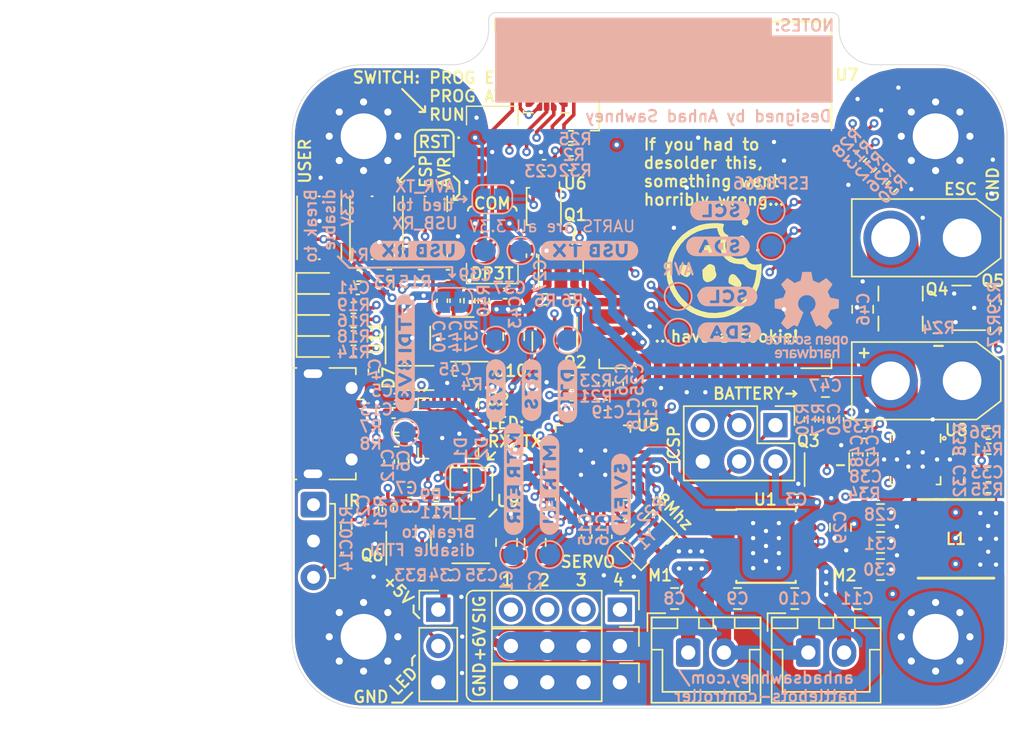
<source format=kicad_pcb>
(kicad_pcb (version 20210228) (generator pcbnew)
  (layers (0 "F.Cu" signal) (1 "In1.Cu" signal) (2 "In2.Cu" signal) (31 "B.Cu" signal) (34 "B.Paste" user) (35 "F.Paste" user) (36 "B.SilkS" user "B.Silkscreen") (37 "F.SilkS" user "F.Silkscreen") (38 "B.Mask" user) (39 "F.Mask" user) (44 "Edge.Cuts" user))
  (net 0 "")
  (net 1 "GND")
  (net 2 "Net-(C10-Pad2)")
  (net 3 "+BATT")
  (net 4 "+3V3")
  (net 5 "+5VL")
  (net 6 "+5VP")
  (net 7 "Net-(C38-Pad1)")
  (net 8 "Net-(D1-Pad2)")
  (net 9 "Net-(D1-Pad1)")
  (net 10 "Net-(D2-Pad2)")
  (net 11 "/MOSI")
  (net 12 "Net-(C12-Pad1)")
  (net 13 "/SCK")
  (net 14 "/SERVO1")
  (net 15 "/SERVO2")
  (net 16 "/SERVO3")
  (net 17 "/5V_EN")
  (net 18 "/AVR_RST")
  (net 19 "/ESP_RST")
  (net 20 "Net-(C11-Pad2)")
  (net 21 "/GPIO0")
  (net 22 "/SDA")
  (net 23 "/SCL")
  (net 24 "Net-(D2-Pad1)")
  (net 25 "Net-(C13-Pad1)")
  (net 26 "/OC1B")
  (net 27 "/OC1A")
  (net 28 "/OC0A")
  (net 29 "/OC0B")
  (net 30 "/ERR")
  (net 31 "/IR")
  (net 32 "Net-(R10-Pad1)")
  (net 33 "Net-(C8-Pad2)")
  (net 34 "Net-(D6-Pad2)")
  (net 35 "/3V3OUT")
  (net 36 "+6V")
  (net 37 "Net-(D3-Pad2)")
  (net 38 "Net-(J8-Pad2)")
  (net 39 "Net-(J10-Pad2)")
  (net 40 "/USB_RX")
  (net 41 "/AVR_TX")
  (net 42 "/MISO")
  (net 43 "/DTR")
  (net 44 "Net-(D4-Pad2)")
  (net 45 "Net-(Q4-Pad1)")
  (net 46 "Net-(D5-Pad2)")
  (net 47 "/GPIO14")
  (net 48 "Net-(R1-Pad1)")
  (net 49 "Net-(C19-Pad1)")
  (net 50 "Net-(C32-Pad2)")
  (net 51 "/RTS")
  (net 52 "Net-(C32-Pad1)")
  (net 53 "Net-(R14-Pad1)")
  (net 54 "Net-(C33-Pad2)")
  (net 55 "/MOTOR_EN")
  (net 56 "/SERVO0")
  (net 57 "Net-(C36-Pad1)")
  (net 58 "Net-(C9-Pad2)")
  (net 59 "/ESP_RX")
  (net 60 "Net-(C40-Pad1)")
  (net 61 "Net-(C42-Pad1)")
  (net 62 "Net-(C44-Pad1)")
  (net 63 "Net-(C45-Pad1)")
  (net 64 "Net-(C48-Pad2)")
  (net 65 "Net-(JP1-Pad1)")
  (net 66 "Net-(R28-Pad1)")
  (net 67 "/AVR_RX")
  (net 68 "/ESP_TX")
  (net 69 "/USB_TX")
  (net 70 "Net-(U5-Pad30)")
  (net 71 "Net-(U5-Pad31)")
  (net 72 "Net-(R4-Pad2)")
  (net 73 "/AVR_SCL")
  (net 74 "/AVR_SDA")
  (net 75 "Net-(R7-Pad1)")
  (net 76 "Net-(JP3-Pad1)")
  (net 77 "Net-(R8-Pad2)")
  (net 78 "Net-(R38-Pad2)")
  (net 79 "Net-(Q1-Pad1)")
  (net 80 "Net-(Q2-Pad1)")
  (net 81 "Net-(Q3-Pad1)")
  (net 82 "Net-(Q5-Pad1)")
  (net 83 "Net-(Q6-Pad1)")
  (net 84 "Net-(R21-Pad1)")
  (net 85 "Net-(R22-Pad2)")
  (net 86 "Net-(R22-Pad1)")
  (net 87 "Net-(R25-Pad1)")
  (net 88 "Net-(R26-Pad2)")
  (net 89 "Net-(R30-Pad1)")
  (net 90 "Net-(R32-Pad2)")
  (net 91 "Net-(R34-Pad1)")
  (net 92 "Net-(R36-Pad2)")
  (footprint "Capacitor_SMD:C_0402_1005Metric" (layer "F.Cu") (at 198.2 68.4 -90)
    (fp_text reference "C4")
    (fp_text value "1uF")
  )
  (footprint "Capacitor_SMD:C_0402_1005Metric" (layer "F.Cu") (at 199.75 70.35)
    (fp_text reference "C5")
    (fp_text value "0.1uF")
  )
  (footprint "Capacitor_SMD:C_0402_1005Metric" (layer "F.Cu") (at 198.2 78.1 -90)
    (fp_text reference "C24")
    (fp_text value "0.1uF")
  )
  (footprint "LED_SMD:LED_0603_1608Metric" (layer "F.Cu") (at 194.3 62.29)
    (fp_text reference "D6" hide)
    (fp_text value "LED")
  )
  (footprint "LED_SMD:LED_0603_1608Metric" (layer "F.Cu") (at 194.3 66.7)
    (fp_text reference "D3" hide)
    (fp_text value "LED")
  )
  (footprint "Connector_PinHeader_2.54mm:PinHeader_2x03_P2.54mm_Vertical" (layer "F.Cu") (at 226.3 72.2 -90)
    (fp_text reference "J4" hide)
    (fp_text value "ICSP")
  )
  (footprint "Connector_PinHeader_2.54mm:PinHeader_1x04_P2.54mm_Vertical" (layer "F.Cu") (at 215.4252 85.0998 -90)
    (fp_text reference "J5" hide)
    (fp_text value "SIG")
  )
  (footprint "Connector_PinHeader_2.54mm:PinHeader_1x04_P2.54mm_Vertical" (layer "F.Cu") (at 215.4252 90.1798 -90)
    (fp_text reference "J7" hide)
    (fp_text value "GND")
  )
  (footprint "Package_TO_SOT_SMD:SOT-23" (layer "F.Cu") (at 210.8625 66.3375 -90)
    (fp_text reference "Q2")
    (fp_text value "S8050")
  )
  (footprint "Resistor_SMD:R_0402_1005Metric" (layer "F.Cu") (at 202.6 77.15)
    (fp_text reference "R9")
    (fp_text value "270")
  )
  (footprint "Resistor_SMD:R_0402_1005Metric" (layer "F.Cu") (at 202.6 78.15 180)
    (fp_text reference "R11")
    (fp_text value "270")
  )
  (footprint "Resistor_SMD:R_0402_1005Metric" (layer "F.Cu") (at 212 53 180)
    (fp_text reference "R2")
    (fp_text value "12k")
  )
  (footprint "Resistor_SMD:R_0402_1005Metric" (layer "F.Cu") (at 196.8 66 180)
    (fp_text reference "R18")
    (fp_text value "270")
  )
  (footprint "Resistor_SMD:R_0402_1005Metric" (layer "F.Cu") (at 196.8 64 180)
    (fp_text reference "R19")
    (fp_text value "270")
  )
  (footprint "Resistor_SMD:R_0402_1005Metric" (layer "F.Cu") (at 196.8 67 180)
    (fp_text reference "R14")
    (fp_text value "270")
  )
  (footprint "Resistor_SMD:R_0402_1005Metric" (layer "F.Cu") (at 199.2 78.1 -90)
    (fp_text reference "R31")
    (fp_text value "12k")
  )
  (footprint "Resistor_SMD:R_0402_1005Metric" (layer "F.Cu") (at 241.2 76.55)
    (fp_text reference "R35")
    (fp_text value "18k")
  )
  (footprint "Capacitor_SMD:C_0402_1005Metric" (layer "F.Cu") (at 203.6 82.7)
    (fp_text reference "C34")
    (fp_text value "1uF")
  )
  (footprint "Capacitor_SMD:C_0402_1005Metric" (layer "F.Cu") (at 205.75 82.7)
    (fp_text reference "C35")
    (fp_text value "1uF")
  )
  (footprint "MountingHole:MountingHole_3.2mm_M3_Pad_Via" (layer "F.Cu") (at 237.5 87)
    (fp_text reference "MH1" hide)
    (fp_text value "MOUNTING_HOLE")
  )
  (footprint "MountingHole:MountingHole_3.2mm_M3_Pad_Via" (layer "F.Cu") (at 237.5 52)
    (fp_text reference "MH3" hide)
    (fp_text value "MOUNTING_HOLE")
  )
  (footprint "Connector_USB:USB_Micro-B_Molex-105017-0001" (layer "F.Cu") (at 195.2 72.1 -90)
    (fp_text reference "J3" hide)
    (fp_text value "USB_B_Micro")
  )
  (footprint "MountingHole:MountingHole_3.2mm_M3_Pad_Via" (layer "F.Cu") (at 197.5 52)
    (fp_text reference "MH4" hide)
    (fp_text value "MOUNTING_HOLE")
  )
  (footprint "Capacitor_SMD:C_0805_2012Metric" (layer "F.Cu") (at 219.25 84.325)
    (fp_text reference "C8")
    (fp_text value "10uF")
  )
  (footprint "Capacitor_SMD:C_0805_2012Metric" (layer "F.Cu") (at 223.65 84.325 180)
    (fp_text reference "C9")
    (fp_text value "10uF")
  )
  (footprint "Capacitor_SMD:C_0805_2012Metric" (layer "F.Cu") (at 227.65 84.325)
    (fp_text reference "C10")
    (fp_text value "10uF")
  )
  (footprint "Capacitor_SMD:C_0805_2012Metric" (layer "F.Cu") (at 232.05 84.325 180)
    (fp_text reference "C11")
    (fp_text value "10uF")
  )
  (footprint "Connector_PinHeader_2.54mm:PinHeader_1x04_P2.54mm_Vertical" (layer "F.Cu") (at 215.4252 87.6398 -90)
    (fp_text reference "J6" hide)
    (fp_text value "+6V")
  )
  (footprint "Resistor_SMD:R_0402_1005Metric" (layer "F.Cu") (at 237.5 65.4)
    (fp_text reference "R24")
    (fp_text value "12k")
  )
  (footprint "Resistor_SMD:R_0402_1005Metric" (layer "F.Cu") (at 241.7 63.615 -90)
    (fp_text reference "R29")
    (fp_text value "12k")
  )
  (footprint "Resistor_SMD:R_0402_1005Metric" (layer "F.Cu") (at 241.7 65.5 -90)
    (fp_text reference "R27")
    (fp_text value "1k")
  )
  (footprint "Capacitor_SMD:C_0805_2012Metric" (layer "F.Cu") (at 232.4 64.1 90)
    (fp_text reference "C46")
    (fp_text value "10uF")
  )
  (footprint "Connector_AMASS:AMASS_XT30U-M_1x02_P5.0mm_Vertical" (layer "F.Cu") (at 239.35 59.1 180)
    (fp_text reference "J8" hide)
    (fp_text value "ESC")
  )
  (footprint "Capacitor_SMD:C_0805_2012Metric" (layer "F.Cu") (at 229.8 69.5 180)
    (fp_text reference "C47")
    (fp_text value "10uF")
  )
  (footprint "BattlebotsController:INDPM5355X310N" (layer "F.Cu") (at 238.9275 80.15)
    (fp_text reference "L1")
    (fp_text value "3.3uH" hide)
  )
  (footprint "Package_TO_SOT_SMD:SOT-23" (layer "F.Cu") (at 239.3 64 180)
    (fp_text reference "Q5")
    (fp_text value "S8050")
  )
  (footprint "Connector_AMASS:AMASS_XT30U-M_1x02_P5.0mm_Vertical" (layer "F.Cu") (at 239.35 69.1 180)
    (fp_text reference "J9" hide)
    (fp_text value "BATTERY")
  )
  (footprint "Capacitor_SMD:C_0402_1005Metric" (layer "F.Cu") (at 232.05 74.25 90)
    (fp_text reference "C48")
    (fp_text value "3.9uF")
  )
  (footprint "Capacitor_SMD:C_0402_1005Metric" (layer "F.Cu") (at 239.1 76.085 90)
    (fp_text reference "C32")
    (fp_text value "0.1uF")
  )
  (footprint "Capacitor_SMD:C_0402_1005Metric" (layer "F.Cu") (at 233.1 74.25 -90)
    (fp_text reference "C42")
    (fp_text value "39pF")
  )
  (footprint "Resistor_SMD:R_0402_1005Metric" (layer "F.Cu") (at 239.1 74.115 90)
    (fp_text reference "R38")
    (fp_text value "100k")
  )
  (footprint "Resistor_SMD:R_0402_1005Metric" (layer "F.Cu") (at 232.6 72.75 180)
    (fp_text reference "R39")
    (fp_text value "4.64k")
  )
  (footprint "BattlebotsController:IC_TPS54821RHLR" (layer "F.Cu") (at 236.1 74.6 180)
    (fp_text reference "U8")
    (fp_text value "TPS54821RHLR")
  )
  (footprint "Package_SO:Infineon_PG-TSDSO-14-22" (layer "F.Cu") (at 225.64 80.65)
    (fp_text reference "U1")
    (fp_text value "TLE94004EP")
  )
  (footprint "Connector_JST:JST_XH_B2B-XH-A_1x02_P2.50mm_Vertical" (layer "F.Cu") (at 228.6 88.1)
    (fp_text reference "J2" hide)
    (fp_text value "DRIVE_MOTOR_L")
  )
  (footprint "Connector_JST:JST_XH_B2B-XH-A_1x02_P2.50mm_Vertical" (layer "F.Cu") (at 220.2 88.1)
    (fp_text reference "J1" hide)
    (fp_text value "DRIVE_MOTOR_R")
  )
  (footprint "Resistor_SMD:R_0402_1005Metric" (layer "F.Cu") (at 232.057053 52.242947 45)
    (fp_text reference "R28")
    (fp_text value "470")
  )
  (footprint "Resistor_SMD:R_0402_1005Metric" (layer "F.Cu") (at 233.707107 54.807107 -135)
    (fp_text reference "R26")
    (fp_text value "12k")
  )
  (footprint "Resistor_SMD:R_0402_1005Metric" (layer "F.Cu") (at 197.2 61.75)
    (fp_text reference "R1")
    (fp_text value "12k")
  )
  (footprint "Resistor_SMD:R_0402_1005Metric" (layer "F.Cu") (at 212 52 180)
    (fp_text reference "R25")
    (fp_text value "12k")
  )
  (footprint "Resistor_SMD:R_0402_1005Metric" (layer "F.Cu") (at 212 54 180)
    (fp_text reference "R32")
    (fp_text value "470")
  )
  (footprint "Resistor_SMD:R_0402_1005Metric" (layer "F.Cu") (at 234.414214 55.514214 45)
    (fp_text reference "R30")
    (fp_text value "12k")
  )
  (footprint "MountingHole:MountingHole_3.2mm_M3_Pad_Via" (layer "F.Cu") (at 197.5 87)
    (fp_text reference "MH2" hide)
    (fp_text value "MOUNTING_HOLE")
  )
  (footprint "Capacitor_SMD:C_0402_1005Metric" (layer "F.Cu") (at 200.7 77.9 180)
    (fp_text reference "C36")
    (fp_text value "470pF")
  )
  (footprint "Connector_PinHeader_2.54mm:PinHeader_1x03_P2.54mm_Vertical" (layer "F.Cu") (at 202.7252 85.0998)
    (fp_text reference "J10" hide)
    (fp_text value "WS2812b")
  )
  (footprint "Button_Switch_SMD:SW_Push_1P1T-SH_NO_CK_KMR2xxG" (layer "F.Cu") (at 198.1 58.4 -90)
    (fp_text reference "SW1" hide)
    (fp_text value "SW_SPST")
  )
  (footprint "Resistor_SMD:R_0402_1005Metric" (layer "F.Cu") (at 196.8 65 180)
    (fp_text reference "R16")
    (fp_text value "270")
  )
  (footprint "OptoDevice:Vishay_MINICAST-3Pin" (layer "F.Cu") (at 194 77.76 -90)
    (fp_text reference "U3" hide)
    (fp_text value "TSOP382xx")
  )
  (footprint "LED_SMD:LED_0603_1608Metric" (layer "F.Cu") (at 194.3 65.23)
    (fp_text reference "D5" hide)
    (fp_text value "LED")
  )
  (footprint "Button_Switch_SMD:SW_Push_1P1T-SH_NO_CK_KMR2xxG" (layer "F.Cu") (at 194.4 58.4 -90)
    (fp_text reference "SW2" hide)
    (fp_text value "SW_SPST")
  )
  (footprint "Capacitor_SMD:C_0402_1005Metric" (layer "F.Cu") (at 215.3 69.3 90)
    (fp_text reference "C25")
    (fp_text value "1uF")
  )
  (footprint "Capacitor_SMD:C_0402_1005Metric" (layer "F.Cu") (at 214.3 69.315 -90)
    (fp_text reference "C26")
    (fp_text value "0.1uF")
  )
  (footprint "Button_Switch_SMD:SW_Push_1P1T-SH_NO_CK_KMR2xxG" (layer "F.Cu") (at 201.8 58.4 -90)
    (fp_text reference "SW3" hide)
    (fp_text value "SW_SPST")
  )
  (footprint "Resistor_SMD:R_0402_1005Metric" (layer "F.Cu") (at 201.6 82.7)
    (fp_text reference "R33")
    (fp_text value "12k")
  )
  (footprint "Capacitor_SMD:C_0805_2012Metric" (layer "F.Cu") (at 233.65 82.3 180)
    (fp_text reference "C30")
    (fp_text value "10uF")
  )
  (footprint "Capacitor_SMD:C_0805_2012Metric" (layer "F.Cu") (at 233.65 80.4 180)
    (fp_text reference "C31")
    (fp_text value "10uF")
  )
  (footprint "Crystal:Resonator_SMD_Murata_CSTxExxV-3Pin_3.0x1.1mm" (layer "F.Cu") (at 217.331829 80.23075 -135)
    (fp_text reference "Y1")
    (fp_text value "16M")
  )
  (footprint "Resistor_SMD:R_0402_1005Metric" (layer "F.Cu") (at 212.1 70.1 180)
    (fp_text reference "R21")
    (fp_text value "18k")
  )
  (footprint "Resistor_SMD:R_0402_1005Metric" (layer "F.Cu") (at 212.1 69.1)
    (fp_text reference "R23")
    (fp_text value "12k")
  )
  (footprint "Resistor_SMD:R_0402_1005Metric" (layer "F.Cu") (at 216.05 78.95 45)
    (fp_text reference "R22")
    (fp_text value "NC")
  )
  (footprint "Resistor_SMD:R_0402_1005Metric" (layer "F.Cu") (at 210.2 63.4)
    (fp_text reference "R5")
    (fp_text value "12k")
  )
  (footprint "Resistor_SMD:R_0402_1005Metric" (layer "F.Cu") (at 212.1 63.4 180)
    (fp_text reference "R6")
    (fp_text value "12k")
  )
  (footprint "Package_TO_SOT_SMD:SOT-23" (layer "F.Cu") (at 211.3 60.9475 90)
    (fp_text reference "Q1")
    (fp_text value "S8050")
  )
  (footprint "Capacitor_SMD:C_0402_1005Metric" (layer "F.Cu") (at 217.4 70.715 -90)
    (fp_text reference "C17")
    (fp_text value "0.1uF")
  )
  (footprint "Capacitor_SMD:C_0402_1005Metric" (layer "F.Cu") (at 216.4 70.7 -90)
    (fp_text reference "C18")
    (fp_text value "0.1uF")
  )
  (footprint "Capacitor_SMD:C_0402_1005Metric" (layer "F.Cu") (at 214.435 70.8)
    (fp_text reference "C19")
    (fp_text value "0.1uF")
  )
  (footprint "Package_DFN_QFN:QFN-32-1EP_5x5mm_P0.5mm_EP3.1x3.1mm" (layer "F.Cu") (at 213.55 74.825 90)
    (fp_text reference "U5")
    (fp_text value "ATmega328P-MU")
  )
  (footprint "Capacitor_SMD:C_0402_1005Metric" (layer "F.Cu") (at 241.2 75.5 180)
    (fp_text reference "C33")
    (fp_text value "NC")
  )
  (footprint "LED_SMD:LED_0603_1608Metric" (layer "F.Cu") (at 204.3 76.65 -90)
    (fp_text reference "D1")
    (fp_text value "LED")
  )
  (footprint "LED_SMD:LED_0603_1608Metric" (layer "F.Cu") (at 194.3 63.76)
    (fp_text reference "D4" hide)
    (fp_text value "LED")
  )
  (footprint "Capacitor_SMD:C_0402_1005Metric" (layer "F.Cu") (at 210.12 54 180)
    (fp_text reference "C23")
    (fp_text value "1uF")
  )
  (footprint "Resistor_SMD:R_0402_1005Metric" (layer "F.Cu") (at 201.5 61.7 180)
    (fp_text reference "R15")
    (fp_text value "12k")
  )
  (footprint "Capacitor_SMD:C_0805_2012Metric" (layer "F.Cu") (at 209.5 80.4 -90)
    (fp_text reference "C2")
    (fp_text value "10uF")
  )
  (footprint "Resistor_SMD:R_0402_1005Metric" (layer "F.Cu") (at 199.3 61.7)
    (fp_text reference "R3")
    (fp_text value "470")
  )
  (footprint "Capacitor_SMD:C_0402_1005Metric" (layer "F.Cu") (at 203.9 68.4)
    (fp_text reference "C45")
    (fp_text value "1uF")
  )
  (footprint "Package_TO_SOT_SMD:SOT-23" (layer "F.Cu") (at 229.9 74.8 90)
    (fp_text reference "Q3")
    (fp_text value "NC")
  )
  (footprint "Capacitor_SMD:C_0402_1005Metric" (layer "F.Cu") (at 230.7 71.8 90)
    (fp_text reference "C20")
    (fp_text value "0.1uF")
  )
  (footprint "Capacitor_SMD:C_0402_1005Metric" (layer "F.Cu") (at 200.7 76.9)
    (fp_text reference "C7")
    (fp_text value "0.1uF")
  )
  (footprint "LOGO" (layer "F.Cu") (at 222 61)
    (fp_text reference "G***" hide)
    (fp_text value "LOGO" hide)
  )
  (footprint "RF_Module:ESP-12E" (layer "F.Cu") (at 222.1 56.1)
    (fp_text reference "U7")
    (fp_text value "ESP-12F")
  )
  (footprint "Capacitor_SMD:C_0402_1005Metric" (layer "F.Cu") (at 209.3 46.9)
    (fp_text reference "C22")
    (fp_text value "0.1uF")
  )
  (footprint "Resistor_SMD:R_0402_1005Metric" (layer "F.Cu") (at 232.292893 53.392893 45)
    (fp_text reference "R13")
    (fp_text value "12k")
  )
  (footprint "Package_TO_SOT_SMD:SOT-23-5" (layer "F.Cu") (at 204.5 80.3 180)
    (fp_text reference "U9")
    (fp_text value "MIC5219-5.0YM5")
  )
  (footprint "Package_LGA:LGA-14_3x2.5mm_P0.5mm_LayoutBorder3x4y" (layer "F.Cu") (at 210.3 49 180)
    (fp_text reference "U4")
    (fp_text value "LSM6DS3")
  )
  (footprint "BattlebotsController:TRANS_AONR21321" (layer "F.Cu") (at 235.05 64.05 90)
    (fp_text reference "Q4")
    (fp_text value "AONR21321")
  )
  (footprint "Capacitor_SMD:C_0402_1005Metric" (layer "F.Cu") (at 232.6 75.8 180)
    (fp_text reference "C38")
    (fp_text value "22nF")
  )
  (footprint "Capacitor_SMD:C_0402_1005Metric" (layer "F.Cu") (at 209.25 60.35 -90)
    (fp_text reference "C27")
    (fp_text value "1uF")
  )
  (footprint "Capacitor_SMD:C_0805_2012Metric" (layer "F.Cu") (at 230.85 79.35 90)
    (fp_text reference "C29")
    (fp_text value "10uF")
  )
  (footprint "Diode_SMD:D_SOD-323F" (layer "F.Cu") (at 201.35 68.9)
    (fp_text reference "D7")
    (fp_text value "D_Schottky")
  )
  (footprint "BattlebotsController:JS203011JCQN" (layer "F.Cu") (at 206.2 56.1 -90)
    (fp_text reference "SW4" hide)
    (fp_text value "SW_DP3T" hide)
  )
  (footprint "Capacitor_SMD:C_0402_1005Metric" (layer "F.Cu") (at 227.75 77.4 180)
    (fp_text reference "C3")
    (fp_text value "1uF")
  )
  (footprint "Capacitor_SMD:C_0402_1005Metric" (layer "F.Cu") (at 196.3 81.2 -90)
    (fp_text reference "C14")
    (fp_text value "1uF")
  )
  (footprint "Package_TO_SOT_SMD:SOT-23" (layer "F.Cu") (at 200.65 80.3 90)
    (fp_text reference "Q6")
    (fp_text value "S8050")
  )
  (footprint "Capacitor_SMD:C_0805_2012Metric" (layer "F.Cu") (at 233.65 78.45 180)
    (fp_text reference "C28")
    (fp_text value "10uF")
  )
  (footprint "Resistor_SMD:R_0402_1005Metric" (layer "F.Cu") (at 204.9 63.5 -90)
    (fp_text reference "R37")
    (fp_text value "43k")
  )
  (footprint "Capacitor_SMD:C_0402_1005Metric" (layer "F.Cu") (at 211.28 46.9)
    (fp_text reference "C21")
    (fp_text value "0.1uF")
  )
  (footprint "Resistor_SMD:R_0402_1005Metric" (layer "F.Cu") (at 229.7 71.8 -90)
    (fp_text reference "R17")
    (fp_text value "NC")
  )
  (footprint "Capacitor_SMD:C_0402_1005Metric" (layer "F.Cu") (at 200.2925 74.745 90)
    (fp_text reference "C6")
    (fp_text value "0.1uF")
  )
  (footprint "Resistor_SMD:R_0402_1005Metric" (layer "F.Cu") (at 199.8025 72.325 180)
    (fp_text reference "R7")
    (fp_text value "27")
  )
  (footprint "Capacitor_SMD:C_0402_1005Metric" (layer "F.Cu") (at 199.2925 74.745 -90)
    (fp_text reference "C12")
    (fp_text value "47pF")
  )
  (footprint "Capacitor_SMD:C_0402_1005Metric" (layer "F.Cu") (at 203.4 61.7)
    (fp_text reference "C39")
    (fp_text value "1uF")
  )
  (footprint "Resistor_SMD:R_0402_1005Metric" (layer "F.Cu") (at 205.075 69.35 180)
    (fp_text reference "R4")
    (fp_text value "470")
  )
  (footprint "Capacitor_SMD:C_0402_1005Metric" (layer "F.Cu") (at 199.6 71.35)
    (fp_text reference "C13")
    (fp_text value "47pF")
  )
  (footprint "Capacitor_SMD:C_0402_1005Metric" (layer "F.Cu") (at 207.4 63 180)
    (fp_text reference "C37")
    (fp_text value "1uF")
  )
  (footprint "Resistor_SMD:R_0402_1005Metric" (layer "F.Cu") (at 228.7 71.8 90)
    (fp_text reference "R20")
    (fp_text value "NC")
  )
  (footprint "Package_TO_SOT_SMD:SOT-23-5" (layer "F.Cu") (at 200.6 66.1 90)
    (fp_text reference "U11")
    (fp_text value "MIC5219-3.3YM5")
  )
  (footprint "Resistor_SMD:R_0402_1005Metric" (layer "F.Cu") (at 196.3 79.32 90)
    (fp_text reference "R10")
    (fp_text value "270")
  )
  (footprint "Package_DFN_QFN:QFN-20-1EP_4x4mm_P0.5mm_EP2.5x2.5mm" (layer "F.Cu") (at 203.425 72.425 -90)
    (fp_text reference "U2")
    (fp_text value "FT231XQ")
  )
  (footprint "Resistor_SMD:R_0402_1005Metric" (layer "F.Cu") (at 233 54.1 -135)
    (fp_text reference "R12")
    (fp_text value "12k")
  )
  (footprint "Capacitor_SMD:C_0805_2012Metric" (layer "F.Cu") (at 207.5 80.4 -90)
    (fp_text reference "C1")
    (fp_text value "10uF")
  )
  (footprint "Capacitor_SMD:C_0402_1005Metric" (layer "F.Cu") (at 197.1 62.7 180)
    (fp_text reference "C41")
    (fp_text value "1uF")
  )
  (footprint "Resistor_SMD:R_0402_1005Metric" (layer "F.Cu") (at 241.21 73.85)
    (fp_text reference "R36")
    (fp_text value "1k")
  )
  (footprint "LED_SMD:LED_0603_1608Metric" (layer "F.Cu") (at 205.77 76.65 -90)
    (fp_text reference "D2")
    (fp_text value "LED")
  )
  (footprint "Capacitor_SMD:C_0402_1005Metric" (layer "F.Cu") (at 203 63.5 90)
    (fp_text reference "C40")
    (fp_text value "470pF")
  )
  (footprint "Resistor_SMD:R_0402_1005Metric" (layer "F.Cu") (at 199.8125 73.325)
    (fp_text reference "R8")
    (fp_text value "27")
  )
  (footprint "Capacitor_SMD:C_0402_1005Metric" (layer "F.Cu") (at 213.1 80 90)
    (fp_text reference "C15")
    (fp_text value "1uF")
  )
  (footprint "Capacitor_SMD:C_0402_1005Metric" (layer "F.Cu") (at 203.9 63.5 90)
    (fp_text reference "C44")
    (fp_text value "22nF")
  )
  (footprint "Resistor_SMD:R_0402_1005Metric" (layer "F.Cu") (at 232.5 77 180)
    (fp_text reference "R34")
    (fp_text value "470")
  )
  (footprint "Package_TO_SOT_SMD:SOT-23-5" (layer "F.Cu") (at 204.4 66.2 180)
    (fp_text reference "U10")
    (fp_text value "SPX3819M5-L")
  )
  (footprint "Package_SO:VSSOP-8_2.4x2.1mm_P0.5mm" (layer "F.Cu") (at 210.1 56.9 -90)
    (fp_text reference "U6")
    (fp_text value "TXB0102DCU")
  )
  (footprint "Capacitor_SMD:C_0402_1005Metric" (layer "F.Cu") (at 214.5 80 90)
    (fp_text reference "C16")
    (fp_text value "1uF")
  )
  (footprint "Resistor_SMD:R_0402_1005Metric" (layer "F.Cu") (at 205.9 63.5 90)
    (fp_text reference "R40")
    (fp_text value "12k")
  )
  (footprint "Resistor_SMD:R_0402_1005Metric" (layer "F.Cu") (at 241.2 72.8 180)
    (fp_text reference "R41")
    (fp_text value "1k")
  )
  (footprint "Capacitor_SMD:C_0805_2012Metric" (layer "F.Cu") (at 208 66 -90)
    (fp_text reference "C43")
    (fp_text value "10uF")
  )
  (footprint "TestPoint:TestPoint_Pad_D1.5mm" (layer "B.Cu") (at 208.5 60 180)
    (fp_text reference "TP2")
    (fp_text value "TestPoint_Flag" hide)
  )
  (footprint "TestPoint:TestPoint_Pad_D1.5mm" (layer "B.Cu") (at 206.75 66.25 180)
    (fp_text reference "TP6")
    (fp_text value "TestPoint_Flag" hide)
  )
  (footprint "TestPoint:TestPoint_Pad_D1.5mm" (layer "B.Cu") (at 219.4975 63.2 180)
    (fp_text reference "TP7")
    (fp_text value "TestPoint_Flag" hide)
  )
  (footprint "TestPoint:TestPoint_Pad_D1.5mm" (layer "B.Cu") (at 219.4975 65.7 180)
    (fp_text reference "TP8")
    (fp_text value "TestPoint_Flag" hide)
  )
  (footprint "TestPoint:TestPoint_Pad_D1.5mm" (layer "B.Cu") (at 206 60 180)
    (fp_text reference "TP3")
    (fp_text value "TestPoint_Flag" hide)
  )
  (footprint "buzzardLabel" (layer "B.Cu") (at 215.5 74.2 -90)
    (fp_text reference "")
    (fp_text value "")
  )
  (footprint "buzzardLabel" (layer "B.Cu") (at 200.4 63.05 -90)
    (fp_text reference "")
    (fp_text value "")
  )
  (footprint "TestPoint:TestPoint_Pad_D1.5mm" (layer "B.Cu") (at 208 81.25 180)
    (fp_text reference "TP11")
    (fp_text value "TestPoint_Flag" hide)
  )
  (footprint "buzzardLabel" (layer "B.Cu") (at 225.3 65.7 180)
    (fp_text reference "")
    (fp_text value "")
  )
  (footprint "buzzardLabel" (layer "B.Cu") (at 208 72.05 -90)
    (fp_text reference "")
    (fp_text value "")
  )
  (footprint "Jumper:SolderJumper-2_P1.3mm_Bridged_RoundedPad1.0x1.5mm" (layer "B.Cu") (at 203.7 63.6)
    (fp_text reference "JP3" hide)
    (fp_text value "Jumper_NC_Small")
  )
  (footprint "Symbol:OSHW-Logo_5.7x6mm_SilkScreen" (layer "B.Cu") (at 228.5 64.5 180)
    (fp_text reference "REF**" hide)
    (fp_text value "OSHW-Logo_5.7x6mm_SilkScreen" hide)
  )
  (footprint "TestPoint:TestPoint_Pad_D1.5mm" (layer "B.Cu") (at 200.4 72.7 180)
    (fp_text reference "TP1")
    (fp_text value "TestPoint_Flag" hide)
  )
  (footprint "TestPoint:TestPoint_Pad_D1.5mm" (layer "B.Cu") (at 211.75 66.25 180)
    (fp_text reference "TP4")
    (fp_text value "TestPoint_Flag" hide)
  )
  (footprint "TestPoint:TestPoint_Pad_D1.5mm" (layer "B.Cu") (at 226 57.2 180)
    (fp_text reference "TP10")
    (fp_text value "TestPoint_Flag" hide)
  )
  (footprint "buzzardLabel" (layer "B.Cu") (at 225.0275 63.2 180)
    (fp_text reference "")
    (fp_text value "")
  )
  (footprint "buzzardLabel" (layer "B.Cu") (at 206.75 67.6 -90)
    (fp_text reference "")
    (fp_text value "")
  )
  (footprint "buzzardLabel" (layer "B.Cu") (at 224.5 59.7 180)
    (fp_text reference "")
    (fp_text value "")
  )
  (footprint "buzzardLabel" (layer "B.Cu") (at 224.5 57.2 180)
    (fp_text reference "")
    (fp_text value "")
  )
  (footprint "TestPoint:TestPoint_Pad_D1.5mm" (layer "B.Cu") (at 209.25 66.25 180)
    (fp_text reference "TP5")
    (fp_text value "TestPoint_Flag" hide)
  )
  (footprint "buzzardLabel" (layer "B.Cu") (at 211.75 67.6 -90)
    (fp_text reference "")
    (fp_text value "")
  )
  (footprint "TestPoint:TestPoint_Pad_D1.5mm" (layer "B.Cu") (at 226 59.7 180)
    (fp_text reference "TP9")
    (fp_text value "TestPoint_Flag" hide)
  )
  (footprint "buzzardLabel" (layer "B.Cu") (at 210.5 72.9 -90)
    (fp_text reference "")
    (fp_text value "")
  )
  (footprint "buzzardLabel" (layer "B.Cu") (at 209.25 67.6 -90)
    (fp_text reference "")
    (fp_text value "")
  )
  (footprint "buzzardLabel" (layer "B.Cu") (at 216.7 60 180)
    (fp_text reference "")
    (fp_text value "")
  )
  (footprint "buzzardLabel" (layer "B.Cu") (at 204.6 60 180)
    (fp_text reference "")
    (fp_text value "")
  )
  (footprint "TestPoint:TestPoint_Pad_D1.5mm" (layer "B.Cu") (at 215.5 81.25 180)
    (fp_text reference "TP13")
    (fp_text value "TestPoint_Flag" hide)
  )
  (footprint "Jumper:SolderJumper-2_P1.3mm_Bridged_RoundedPad1.0x1.5mm" (layer "B.Cu") (at 204.625 75.9)
    (fp_text reference "JP1" hide)
    (fp_text value "Jumper_NC_Small")
  )
  (footprint "Jumper:SolderJumper-2_P1.3mm_Bridged_RoundedPad1.0x1.5mm" (layer "B.Cu") (at 206.5 56.4 180)
    (fp_text reference "JP2" hide)
    (fp_text value "Jumper_NC_Small")
  )
  (footprint "TestPoint:TestPoint_Pad_D1.5mm" (layer "B.Cu") (at 210.5 81.25 180)
    (fp_text reference "TP12")
    (fp_text value "TestPoint_Flag" hide)
  )
  (gr_poly (pts (xy 226 45) (xy 230.25 45) (xy 230.25 49.6) (xy 206.75 49.6) (xy 206.75 43.75) (xy 226 43.75)) (layer "B.SilkS") (width 0.1) (fill solid))
  (gr_line (start 204.2 78.9) (end 204.2 77.3) (layer "B.SilkS") (width 0.15))
  (gr_line (start 204 77.5) (end 204.2 77.3) (layer "B.SilkS") (width 0.15))
  (gr_line (start 204.1 56.4) (end 204.7 56.4) (layer "B.SilkS") (width 0.15))
  (gr_line (start 204.5 56.2) (end 204.7 56.4) (layer "B.SilkS") (width 0.15))
  (gr_line (start 203.9 61.65) (end 203.7 61.85) (layer "B.SilkS") (width 0.15))
  (gr_line (start 203.7 61.85) (end 203.5 61.65) (layer "B.SilkS") (width 0.15))
  (gr_line (start 203.7 61.15) (end 203.7 61.85) (layer "B.SilkS") (width 0.15))
  (gr_line (start 196.5 61.2) (end 195.7 60.4) (layer "B.SilkS") (width 0.15))
  (gr_line (start 204.2 77.3) (end 204.4 77.5) (layer "B.SilkS") (width 0.15))
  (gr_line (start 204.7 56.4) (end 204.5 56.6) (layer "B.SilkS") (width 0.15))
  (gr_line (start 203.7 61.15) (end 196.5 61.2) (layer "B.SilkS") (width 0.15))
  (gr_line (start 204.2 56.05) (end 203.8 56.45) (layer "F.SilkS") (width 0.15))
  (gr_line (start 203.8 56.45) (end 204.1 56.45) (layer "F.SilkS") (width 0.15))
  (gr_line (start 203.8 56.45) (end 203.8 56.15) (layer "F.SilkS") (width 0.15))
  (gr_arc (start 205.2 91.01) (end 204.7 91.01) (angle -90) (layer "F.SilkS") (width 0.12))
  (gr_line (start 200.9 88.5) (end 201.1 88.3) (layer "F.SilkS") (width 0.15))
  (gr_line (start 201.4 85.7) (end 201 85.3) (layer "F.SilkS") (width 0.15))
  (gr_line (start 201 84.8) (end 201 85.3) (layer "F.SilkS") (width 0.15))
  (gr_line (start 200.9 88.5) (end 200.9 89) (layer "F.SilkS") (width 0.15))
  (gr_line (start 227.75 70) (end 227.55 69.8) (layer "F.SilkS") (width 0.15))
  (gr_line (start 227.05 70) (end 227.75 70) (layer "F.SilkS") (width 0.15))
  (gr_line (start 227.55 70.2) (end 227.75 70) (layer "F.SilkS") (width 0.15))
  (gr_line (start 201.8 50.3) (end 201.4 50.3) (layer "F.SilkS") (width 0.15))
  (gr_arc (start 203.3 52.053552) (end 203.8 52.053553) (angle -90) (layer "F.SilkS") (width 0.15))
  (gr_line (start 203.3 51.553553) (end 201.607106 51.553553) (layer "F.SilkS") (width 0.15))
  (gr_line (start 203.8 53.1) (end 203.8 52.053553) (layer "F.SilkS") (width 0.15))
  (gr_line (start 201.107106 52.053553) (end 201.1 53.1) (layer "F.SilkS") (width 0.15))
  (gr_line (start 199.9 55.2) (end 200.2 55.2) (layer "F.SilkS") (width 0.15))
  (gr_line (start 204.2 55.2) (end 203.8 54.8) (layer "F.SilkS") (width 0.15))
  (gr_line (start 201.1 53.1) (end 203.8 53.1) (layer "F.SilkS") (width 0.15))
  (gr_arc (start 207.9 57.2) (end 207.9 56.900001) (angle 90) (layer "F.SilkS") (width 0.15))
  (gr_line (start 200.2 91.6) (end 200.9 90.9) (layer "F.SilkS") (width 0.15))
  (gr_line (start 230.6 75) (end 231.1 75) (layer "F.SilkS") (width 0.15))
  (gr_line (start 204.2 56.05) (end 204.2 55.2) (layer "F.SilkS") (width 0.15))
  (gr_line (start 205.2 91.51) (end 206.4752 91.5098) (layer "F.SilkS") (width 0.12))
  (gr_line (start 199.9 55.2) (end 199.9 54.9) (layer "F.SilkS") (width 0.15))
  (gr_line (start 206.4752 83.7698) (end 205.2 83.77) (layer "F.SilkS") (width 0.12))
  (gr_line (start 206.7 74.1) (end 206.2 74.6) (layer "F.SilkS") (width 0.15))
  (gr_line (start 201.8 49.9) (end 201.8 50.3) (layer "F.SilkS") (width 0.15))
  (gr_line (start 201 54.1) (end 199.9 55.2) (layer "F.SilkS") (width 0.15))
  (gr_line (start 212.3 58.45) (end 212.1 59.55) (layer "F.SilkS") (width 0.15))
  (gr_line (start 204.7 84.27) (end 204.7 91.01) (layer "F.SilkS") (width 0.12))
  (gr_line (start 203.8 53.1) (end 203.8 53.4) (layer "F.SilkS") (width 0.15))
  (gr_line (start 206.6 74.6) (end 206.2 74.6) (layer "F.SilkS") (width 0.15))
  (gr_arc (start 201.607105 52.053553) (end 201.607106 51.553553) (angle -90) (layer "F.SilkS") (width 0.15))
  (gr_line (start 206.3 78.6) (end 206.8 78.1) (layer "F.SilkS") (width 0.15))
  (gr_arc (start 205.1 57.2) (end 204.800001 57.2) (angle 90) (layer "F.SilkS") (width 0.15))
  (gr_line (start 201.1 53.4) (end 201.1 53.1) (layer "F.SilkS") (width 0.15))
  (gr_line (start 206.2 74.6) (end 206.2 74.2) (layer "F.SilkS") (width 0.15))
  (gr_line (start 199.5 91.6) (end 200.2 91.6) (layer "F.SilkS") (width 0.15))
  (gr_arc (start 205.2 84.27) (end 205.2 83.77) (angle -90) (layer "F.SilkS") (width 0.12))
  (gr_line (start 200.2 48.7) (end 201.8 50.3) (layer "F.SilkS") (width 0.15))
  (gr_line (start 233.25 47) (end 237.5 47) (layer "Edge.Cuts") (width 0.05))
  (gr_line (start 242.5 52) (end 242.5 87) (layer "Edge.Cuts") (width 0.05))
  (gr_line (start 237.5 92) (end 197.5 92) (layer "Edge.Cuts") (width 0.05))
  (gr_line (start 192.5 87) (end 192.5 52) (layer "Edge.Cuts") (width 0.05))
  (gr_line (start 230.75 44.5) (end 230.75 43.853553) (layer "Edge.Cuts") (width 0.05))
  (gr_line (start 206.75 43.353553) (end 230.25 43.353553) (layer "Edge.Cuts") (width 0.05))
  (gr_arc (start 230.25 43.853553) (end 230.75 43.853553) (angle -90) (layer "Edge.Cuts") (width 0.05))
  (gr_arc (start 237.5 87) (end 237.5 92) (angle -90) (layer "Edge.Cuts") (width 0.05))
  (gr_arc (start 206.75 43.853553) (end 206.25 43.853553) (angle 90) (layer "Edge.Cuts") (width 0.05))
  (gr_line (start 203.750001 46.999999) (end 197.5 47) (layer "Edge.Cuts") (width 0.05))
  (gr_arc (start 197.5 87) (end 192.5 87) (angle -90) (layer "Edge.Cuts") (width 0.05))
  (gr_arc (start 203.750001 44.5) (end 203.750001 46.999999) (angle -90) (layer "Edge.Cuts") (width 0.05))
  (gr_line (start 206.25 44.5) (end 206.25 43.853553) (layer "Edge.Cuts") (width 0.05))
  (gr_arc (start 197.5 52) (end 197.5 47) (angle -90) (layer "Edge.Cuts") (width 0.05))
  (gr_arc (start 233.25 44.500001) (end 233.25 47) (angle 90) (layer "Edge.Cuts") (width 0.05))
  (gr_arc (start 237.5 52) (end 242.5 52) (angle -90) (layer "Edge.Cuts") (width 0.05))
  (gr_text "Break to \ndisable \n3.3V" (at 195.1 55.6 90) (layer "B.SilkS") (effects (font (size 0.8 0.8)) (justify left mirror)))
  (gr_text "Designed by Anhad Sawhney" (at 230.3 50.6) (layer "B.SilkS") (effects (font (size 0.8 0.8)) (justify left mirror)))
  (gr_text "AVR_TX\ntied to\nUSB_RX" (at 201.8 56.8) (layer "B.SilkS") (effects (font (size 0.8 0.8)) (justify mirror)))
  (gr_text "anhadsawhney.com/\nbattlebots-controller" (at 225.65 90.5) (layer "B.SilkS") (effects (font (size 0.8 0.8)) (justify mirror)))
  (gr_text "UARTS are all 3.3V" (at 210.7 58.3) (layer "B.SilkS") (effects (font (size 0.8 0.8) (thickness 0.12)) (justify mirror)))
  (gr_text "Break to\ndisable FTDI" (at 205.4 80.3) (layer "B.SilkS") (effects (font (size 0.8 0.8)) (justify left mirror)))
  (gr_text "ESP8266" (at 226 55.3) (layer "B.SilkS") (effects (font (size 0.8 0.8)) (justify mirror)))
  (gr_text "AVR" (at 219.4975 61.3) (layer "B.SilkS") (effects (font (size 0.8 0.8)) (justify mirror)))
  (gr_text "NOTES:" (at 230.5 44.25) (layer "B.SilkS") (effects (font (size 0.8 0.8)) (justify left mirror)))
  (gr_text "LexRobotics\nFTC #4029" (at 213.75 44.9) (layer "F.SilkS") (effects (font (size 0.8 0.8)) (justify right)))
  (gr_text "LED:\nRX/TX" (at 206.1 72.7) (layer "F.SilkS") (effects (font (size 0.8 0.8)) (justify left)))
  (gr_text "USER" (at 193.4 55.4 90) (layer "F.SilkS") (effects (font (size 0.8 0.8)) (justify left)))
  (gr_text "RST" (at 201.25 52.4) (layer "F.SilkS") (effects (font (size 0.8 0.8)) (justify left)))
  (gr_text "8Mhz" (at 218.1 77.1 315) (layer "F.SilkS") (effects (font (size 0.8 0.8)) (justify left)))
  (gr_text "+5V" (at 199.9 83.7 315) (layer "F.SilkS") (effects (font (size 0.8 0.8))))
  (gr_text "GND" (at 196.7 91.2) (layer "F.SilkS") (effects (font (size 0.8 0.8)) (justify left)))
  (gr_text "IR" (at 196 77.5) (layer "F.SilkS") (effects (font (size 0.8 0.8)) (justify left)))
  (gr_text "M1" (at 217.3 82.7) (layer "F.SilkS") (effects (font (size 0.8 0.8)) (justify left)))
  (gr_text "M2" (at 230.2 82.7) (layer "F.SilkS") (effects (font (size 0.8 0.8)) (justify left)))
  (gr_text "ESC" (at 238 55.7) (layer "F.SilkS") (effects (font (size 0.8 0.8)) (justify left)))
  (gr_text "BATTERY" (at 221.85 70) (layer "F.SilkS") (effects (font (size 0.8 0.8)) (justify left)))
  (gr_text "ICSP" (at 219.2 73.6 90) (layer "F.SilkS") (effects (font (size 0.8 0.8))))
  (gr_text "GND" (at 241.5 56.7 90) (layer "F.SilkS") (effects (font (size 0.8 0.8)) (justify left)))
  (gr_text "ESP\nAVR" (at 202.5 55.7 90) (layer "F.SilkS") (effects (font (size 0.8 0.8)) (justify left)))
  (gr_text "...have a cookie!" (at 228 66) (layer "F.SilkS") (effects (font (size 0.8 0.8)) (justify right)))
  (gr_text "LED" (at 200.3 90.1 45) (layer "F.SilkS") (effects (font (size 0.8 0.8))))
  (gr_text "SERVO \n1   2   3   4" (at 215.8 82.4) (layer "F.SilkS") (effects (font (size 0.8 0.8)) (justify right)))
  (gr_text "SWITCH:" (at 199.1 47.9) (layer "F.SilkS") (effects (font (size 0.8 0.8))))
  (gr_text "DP3T" (at 206.5 61.6) (layer "F.SilkS") (effects (font (size 0.8 0.8))))
  (gr_text "If you had to \ndesolder this, \nsomething went \nhorribly wrong..." (at 217 54.5) (layer "F.SilkS") (effects (font (size 0.8 0.8)) (justify left)))
  (gr_text "PROG ESP\nPROG AVR\nRUN" (at 202 49.2) (layer "F.SilkS") (effects (font (size 0.8 0.8)) (justify left)))
  (gr_text "COM" (at 206.5 56.7) (layer "F.SilkS") (effects (font (size 0.8 0.8))))
  (segment (start 237.6 74.6) (end 238.6 74.6) (width 0.76) (layer "F.Cu") (net 1))
  (segment (start 234.8 74.6) (end 233.85 74.6) (width 0.76) (layer "F.Cu") (net 1))
  (segment (start 208.4 46.1) (end 208.1 46.4) (width 0.25) (layer "F.Cu") (net 1))
  (segment (start 212.15 48.55) (end 212.15 47.29) (width 0.25) (layer "F.Cu") (net 1))
  (segment (start 209.78 48.0675) (end 209.8 48.0875) (width 0.25) (layer "F.Cu") (net 1))
  (segment (start 206.5 52.1) (end 206.5 51.6) (width 0.25) (layer "F.Cu") (net 1))
  (segment (start 211.4625 49.75) (end 211.4625 50.4375) (width 0.25) (layer "F.Cu") (net 1))
  (segment (start 209.95 48.0875) (end 210.2875 48.0875) (width 0.25) (layer "F.Cu") (net 1))
  (segment (start 209.78 46.58) (end 209.3 46.1) (width 0.25) (layer "F.Cu") (net 1))
  (segment (start 209.78 46.9) (end 209.78 46.58) (width 0.25) (layer "F.Cu") (net 1))
  (segment (start 200.015 75.415) (end 200 75.4) (width 0.25) (layer "F.Cu") (net 1))
  (segment (start 203.225 72.425) (end 203 72.2) (width 0.25) (layer "F.Cu") (net 1))
  (segment (start 202.34998 66.04998) (end 202.5 66.2) (width 0.25) (layer "F.Cu") (net 1))
  (segment (start 211 51) (end 210.7 51.3) (width 0.25) (layer "F.Cu") (net 1))
  (segment (start 207.9 49) (end 207.9 50.2) (width 0.25) (layer "F.Cu") (net 1))
  (segment (start 207.4 79.23) (end 207.4 75.7) (width 0.2) (layer "F.Cu") (net 1))
  (segment (start 211.95 48.75) (end 212.15 48.55) (width 0.25) (layer "F.Cu") (net 1))
  (segment (start 206.5 51.6) (end 207.9 50.2) (width 0.25) (layer "F.Cu") (net 1))
  (segment (start 236.79 73.86) (end 236.79 72.86) (width 0.68) (layer "F.Cu") (net 1))
  (segment (start 203.425 72.425) (end 203.225 72.425) (width 0.25) (layer "F.Cu") (net 1))
  (segment (start 211.4625 50.5375) (end 211 51) (width 0.25) (layer "F.Cu") (net 1))
  (segment (start 206.33 80.3) (end 207.4 79.23) (width 0.2) (layer "F.Cu") (net 1))
  (segment (start 207.9 46.6) (end 207.9 49) (width 0.25) (layer "F.Cu") (net 1))
  (segment (start 200.6 66.375) (end 200.92502 66.04998) (width 0.25) (layer "F.Cu") (net 1))
  (segment (start 207.774999 75.325001) (end 208.389999 75.325001) (width 0.2) (layer "F.Cu") (net 1))
  (segment (start 211.4625 49.75) (end 211.4625 48.75) (width 0.25) (layer "F.Cu") (net 1))
  (segment (start 207.4 75.7) (end 207.774999 75.325001) (width 0.2) (layer "F.Cu") (net 1))
  (segment (start 200.92502 66.04998) (end 202.34998 66.04998) (width 0.25) (layer "F.Cu") (net 1))
  (segment (start 217.331829 80.23075) (end 218.35 81.248921) (width 0.4) (layer "F.Cu") (net 1))
  (segment (start 210.7 51.3) (end 210.7 51.9) (width 0.25) (layer "F.Cu") (net 1))
  (segment (start 200.6 67.0375) (end 200.6 66.375) (width 0.25) (layer "F.Cu") (net 1))
  (segment (start 211.4625 50.4375) (end 211.4625 50.5375) (width 0.25) (layer "F.Cu") (net 1))
  (segment (start 209.78 46.9) (end 209.78 48.0675) (width 0.25) (layer "F.Cu") (net 1))
  (segment (start 212.15 47.29) (end 211.76 46.9) (width 0.25) (layer "F.Cu") (net 1))
  (segment (start 208.1 46.4) (end 207.9 46.6) (width 0.25) (layer "F.Cu") (net 1))
  (segment (start 211.4625 48.75) (end 211.95 48.75) (width 0.25) (layer "F.Cu") (net 1))
  (segment (start 232.4 62.15) (end 232.4 62.8) (width 0.8) (layer "F.Cu") (net 1))
  (segment (start 206.9 51.2) (end 207.9 50.2) (width 0.25) (layer "F.Cu") (net 1))
  (segment (start 209.3 46.1) (end 208.4 46.1) (width 0.25) (layer "F.Cu") (net 1))
  (segment (start 193.2375 66.56) (end 193.2375 66.6375) (width 0.25) (layer "F.Cu") (net 1))
  (segment (start 205.6 80.3) (end 206.33 80.3) (width 0.2) (layer "F.Cu") (net 1))
  (segment (start 211.76 46.81) (end 211.76 46.9) (width 0.25) (layer "F.Cu") (net 1))
  (via (at 224.74 82.2) (size 0.6) (drill 0.3) (layers "F.Cu" "B.Cu") (net 1))
  (via (at 226.54 82.2) (size 0.6) (drill 0.3) (layers "F.Cu" "B.Cu") (net 1))
  (via (at 225.64 81.7) (size 0.6) (drill 0.3) (layers "F.Cu" "B.Cu") (net 1))
  (via (at 224.74 81.15) (size 0.6) (drill 0.3) (layers "F.Cu" "B.Cu") (net 1))
  (via (at 226.54 81.15) (size 0.6) (drill 0.3) (layers "F.Cu" "B.Cu") (net 1))
  (via (at 225.64 79.6) (size 0.6) (drill 0.3) (layers "F.Cu" "B.Cu") (net 1))
  (via (at 225.64 80.65) (size 0.6) (drill 0.3) (layers "F.Cu" "B.Cu") (net 1))
  (via (at 226.54 80.1) (size 0.6) (drill 0.3) (layers "F.Cu" "B.Cu") (net 1))
  (via (at 226.54 79.05) (size 0.6) (drill 0.3) (layers "F.Cu" "B.Cu") (net 1))
  (via (at 224.74 79.05) (size 0.6) (drill 0.3) (layers "F.Cu" "B.Cu") (net 1))
  (via (at 224.74 80.1) (size 0.6) (drill 0.3) (layers "F.Cu" "B.Cu") (net 1))
  (via (at 214.4 75.675) (size 0.6) (drill 0.3) (layers "F.Cu" "B.Cu") (net 1))
  (via (at 212.7 75.675) (size 0.6) (drill 0.3) (layers "F.Cu" "B.Cu") (net 1))
  (via (at 214.4 73.975) (size 0.6) (drill 0.3) (layers "F.Cu" "B.Cu") (net 1))
  (via (at 212.7 73.975) (size 0.6) (drill 0.3) (layers "F.Cu" "B.Cu") (net 1))
  (via (at 213.55 74.825) (size 0.6) (drill 0.3) (layers "F.Cu" "B.Cu") (net 1))
  (via (at 207.9 55.2) (size 0.6) (drill 0.3) (layers "F.Cu" "B.Cu") (net 1))
  (via (at 234.5 84) (size 0.6) (drill 0.3) (layers "F.Cu" "B.Cu") (net 1))
  (via (at 230.2 77.3) (size 0.6) (drill 0.3) (layers "F.Cu" "B.Cu") (net 1))
  (via (at 218.3 69.6) (size 0.6) (drill 0.3) (layers "F.Cu" "B.Cu") (net 1))
  (via (at 238.9 78.3) (size 0.6) (drill 0.3) (layers "F.Cu" "B.Cu") (net 1))
  (via (at 198.2 82.8) (size 0.6) (drill 0.3) (layers "F.Cu" "B.Cu") (net 1))
  (via (at 216.4 82.8) (size 0.6) (drill 0.3) (layers "F.Cu" "B.Cu") (net 1))
  (via (at 204.384619 89.532118) (size 0.6) (drill 0.3) (layers "F.Cu" "B.Cu") (net 1))
  (via (at 237.6 74.6) (size 0.6) (drill 0.3) (layers "F.Cu" "B.Cu") (net 1))
  (via (at 214.3 82.7) (size 0.6) (drill 0.3) (layers "F.Cu" "B.Cu") (net 1))
  (via (at 238.8 63) (size 0.6) (drill 0.3) (layers "F.Cu" "B.Cu") (net 1))
  (via (at 204.9 62.1) (size 0.6) (drill 0.3) (layers "F.Cu" "B.Cu") (net 1))
  (via (at 205.4 50.7) (size 0.6) (drill 0.3) (layers "F.Cu" "B.Cu") (net 1))
  (via (at 204.7 55.2) (size 0.6) (drill 0.3) (layers "F.Cu" "B.Cu") (net 1))
  (via (at 240.2 64) (size 0.6) (drill 0.3) (layers "F.Cu" "B.Cu") (net 1))
  (via (at 217.5 65.3) (size 0.6) (drill 0.3) (layers "F.Cu" "B.Cu") (net 1))
  (via (at 231.8 79.1) (size 0.6) (drill 0.3) (layers "F.Cu" "B.Cu") (net 1))
  (via (at 209.9 53.1) (size 0.6) (drill 0.3) (layers "F.Cu" "B.Cu") (net 1))
  (via (at 220.1 69.9) (size 0.6) (drill 0.3) (layers "F.Cu" "B.Cu") (net 1))
  (via (at 207.8 78.4) (size 0.6) (drill 0.3) (layers "F.Cu" "B.Cu") (net 1))
  (via (at 227.9 76.3) (size 0.6) (drill 0.3) (layers "F.Cu" "B.Cu") (net 1))
  (via (at 230.9 73.6) (size 0.6) (drill 0.3) (layers "F.Cu" "B.Cu") (net 1))
  (via (at 241.4 56) (size 0.6) (drill 0.3) (layers "F.Cu" "B.Cu") (net 1))
  (via (at 220.1 55.6) (size 0.6) (drill 0.3) (layers "F.Cu" "B.Cu") (net 1))
  (via (at 204.4 86.98499) (size 0.6) (drill 0.3) (layers "F.Cu" "B.Cu") (net 1))
  (via (at 237.3 71.8) (size 0.6) (drill 0.3) (layers "F.Cu" "B.Cu") (net 1))
  (via (at 226.9 64.1) (size 0.6) (drill 0.3) (layers "F.Cu" "B.Cu") (net 1))
  (via (at 238.9 81.9) (size 0.6) (drill 0.3) (layers "F.Cu" "B.Cu") (net 1))
  (via (at 235.8 55.7) (size 0.6) (drill 0.3) (layers "F.Cu" "B.Cu") (net 1))
  (via (at 232.7 71.2) (size 0.6) (drill 0.3) (layers "F.Cu" "B.Cu") (net 1))
  (via (at 231.4 55.4) (size 0.6) (drill 0.3) (layers "F.Cu" "B.Cu") (net 1))
  (via (at 206.5 53.1) (size 0.6) (drill 0.3) (layers "F.Cu" "B.Cu") (net 1))
  (via (at 232.044077 49.39503) (size 0.6) (drill 0.3) (layers "F.Cu" "B.Cu") (net 1))
  (via (at 233.9 74.6) (size 0.6) (drill 0.3) (layers "F.Cu" "B.Cu") (net 1))
  (via (at 232.4 62.15) (size 0.6) (drill 0.3) (layers "F.Cu" "B.Cu") (net 1))
  (via (at 203.5 80.3) (size 0.6) (drill 0.3) (layers "F.Cu" "B.Cu") (net 1))
  (via (at 241.500628 53.636793) (size 0.6) (drill 0.3) (layers "F.Cu" "B.Cu") (net 1))
  (via (at 200.9 66.1) (size 0.6) (drill 0.3) (layers "F.Cu" "B.Cu") (net 1))
  (via (at 204.1 59) (size 0.6) (drill 0.3) (layers "F.Cu" "B.Cu") (net 1))
  (via (at 221.4 69.9) (size 0.6) (drill 0.3) (layers "F.Cu" "B.Cu") (net 1))
  (via (at 236.6 57.7) (size 0.6) (drill 0.3) (layers "F.Cu" "B.Cu") (net 1))
  (via (at 234.9 48.6) (size 0.6) (drill 0.3) (layers "F.Cu" "B.Cu") (net 1))
  (via (at 194.5 54.9) (size 0.6) (drill 0.3) (layers "F.Cu" "B.Cu") (net 1))
  (via (at 202.7 66.2) (size 0.6) (drill 0.3) (layers "F.Cu" "B.Cu") (net 1))
  (via (at 210.3 69.2) (size 0.6) (drill 0.3) (layers "F.Cu" "B.Cu") (net 1))
  (via (at 204.2 72.8) (size 0.6) (drill 0.3) (layers "F.Cu" "B.Cu") (net 1))
  (via (at 220.9 52.1) (size 0.6) (drill 0.3) (layers "F.Cu" "B.Cu") (net 1))
  (via (at 232 63.95) (size 0.6) (drill 0.3) (layers "F.Cu" "B.Cu") (net 1))
  (via (at 198.6 59.4) (size 0.6) (drill 0.3) (layers "F.Cu" "B.Cu") (net 1))
  (via (at 204.337775 84.205135) (size 0.6) (drill 0.3) (layers "F.Cu" "B.Cu") (net 1))
  (via (at 238.9 80.1) (size 0.6) (drill 0.3) (layers "F.Cu" "B.Cu") (net 1))
  (via (at 203.35 69.25) (size 0.6) (drill 0.3) (layers "F.Cu" "B.Cu") (net 1))
  (via (at 219.2 58.4) (size 0.6) (drill 0.3) (layers "F.Cu" "B.Cu") (net 1))
  (via (at 238.9 65) (size 0.6) (drill 0.3) (layers "F.Cu" "B.Cu") (net 1))
  (via (at 226.9 53.7) (size 0.6) (drill 0.3) (layers "F.Cu" "B.Cu") (net 1))
  (via (at 233.692024 50.188906) (size 0.6) (drill 0.3) (layers "F.Cu" "B.Cu") (net 1))
  (via (at 198.3 80.5) (size 0.6) (drill 0.3) (layers "F.Cu" "B.Cu") (net 1))
  (via (at 226.2 52.4) (size 0.6) (drill 0.3) (layers "F.Cu" "B.Cu") (net 1))
  (via (at 238.5 74.6) (size 0.6) (drill 0.3) (layers "F.Cu" "B.Cu") (net 1))
  (via (at 203 73.1) (size 0.6) (drill 0.3) (layers "F.Cu" "B.Cu") (net 1))
  (via (at 234.8 74.6) (size 0.6) (drill 0.3) (layers "F.Cu" "B.Cu") (net 1))
  (via (at 194.415928 57.928732) (size 0.6) (drill 0.3) (layers "F.Cu" "B.Cu") (net 1))
  (segment (start 224.74 82.2) (end 224.74 79.05) (width 1.5) (layer "B.Cu") (net 1))
  (segment (start 224.74 82.2) (end 226.54 82.2) (width 1.5) (layer "B.Cu") (net 1))
  (segment (start 226.54 82.2) (end 226.54 79.05) (width 1.5) (layer "B.Cu") (net 1))
  (segment (start 221.1 81.95) (end 222.5 81.95) (width 0.45) (layer "F.Cu") (net 2))
  (segment (start 228.6 88.1) (end 228.6 84.3) (width 1) (layer "F.Cu") (net 2))
  (segment (start 220.35 82.225) (end 219.55 82.225) (width 1) (layer "F.Cu") (net 2))
  (segment (start 221.15 82.225) (end 220.3 82.225) (width 1) (layer "F.Cu") (net 2))
  (via (at 220.35 82.225) (size 0.6) (drill 0.3) (layers "F.Cu" "B.Cu") (net 2))
  (via (at 221.15 82.225) (size 0.6) (drill 0.3) (layers "F.Cu" "B.Cu") (net 2))
  (via (at 219.55 82.225) (size 0.6) (drill 0.3) (layers "F.Cu" "B.Cu") (net 2))
  (segment (start 220.35 83.05) (end 220.35 82.225) (width 1) (layer "B.Cu") (net 2))
  (segment (start 220.35 83.75) (end 220.35 83.05) (width 1) (layer "B.Cu") (net 2))
  (segment (start 228.6 88.1) (end 226.9 88.1) (width 1) (layer "B.Cu") (net 2))
  (segment (start 226.9 88.1) (end 224.75 85.95) (width 1) (layer "B.Cu") (net 2))
  (segment (start 220.35 83.025) (end 220.35 83.05) (width 1) (layer "B.Cu") (net 2))
  (segment (start 221.15 82.225) (end 220.35 83.025) (width 1) (layer "B.Cu") (net 2))
  (segment (start 219.55 82.225) (end 220.35 83.025) (width 1) (layer "B.Cu") (net 2))
  (segment (start 224.75 85.95) (end 222.55 85.95) (width 1) (layer "B.Cu") (net 2))
  (segment (start 219.55 82.225) (end 221.15 82.225) (width 1) (layer "B.Cu") (net 2))
  (segment (start 222.55 85.95) (end 220.35 83.75) (width 1) (layer "B.Cu") (net 2))
  (segment (start 231.1 69.5) (end 234.6375 69.5) (width 1.45) (layer "F.Cu") (net 3))
  (segment (start 206.70002 66.619248) (end 206.169268 67.15) (width 0.6) (layer "F.Cu") (net 3))
  (segment (start 237.4 66.1) (end 237.985 65.515) (width 0.25) (layer "F.Cu") (net 3))
  (segment (start 208.4 64.1) (end 206.8 64.1) (width 0.6) (layer "F.Cu") (net 3))
  (segment (start 206.169268 65.25) (end 206.70002 65.780752) (width 0.6) (layer "F.Cu") (net 3))
  (segment (start 206.169268 67.15) (end 205.5375 67.15) (width 0.6) (layer "F.Cu") (net 3))
  (segment (start 235.6 66.1) (end 237.4 66.1) (width 0.25) (layer "F.Cu") (net 3))
  (segment (start 206.70002 65.780752) (end 206.70002 66.619248) (width 0.6) (layer "F.Cu") (net 3))
  (segment (start 235.375 65.45) (end 235.375 65.875) (width 0.25) (layer "F.Cu") (net 3))
  (segment (start 205.5375 65.25) (end 206.169268 65.25) (width 0.6) (layer "F.Cu") (net 3))
  (segment (start 237.985 65.515) (end 237.985 65.4) (width 0.25) (layer "F.Cu") (net 3))
  (segment (start 211.59 70.1) (end 210.5 70.1) (width 0.25) (layer "F.Cu") (net 3))
  (segment (start 235.375 65.875) (end 235.6 66.1) (width 0.25) (layer "F.Cu") (net 3))
  (via (at 210.5 70.1) (size 0.6) (drill 0.3) (layers "F.Cu" "B.Cu") (net 3))
  (via (at 206.8 64.1) (size 0.6) (drill 0.3) (layers "F.Cu" "B.Cu") (net 3))
  (via (at 208.4 64.1) (size 0.6) (drill 0.3) (layers "F.Cu" "B.Cu") (net 3))
  (via (at 207.6 64.1) (size 0.6) (drill 0.3) (layers "F.Cu" "B.Cu") (net 3))
  (segment (start 213.8 63.7) (end 213.8 64.7) (width 0.6) (layer "B.Cu") (net 3))
  (segment (start 218.1 68.4) (end 217.5 68.4) (width 0.6) (layer "B.Cu") (net 3))
  (segment (start 210.5 70.1) (end 215.8 70.1) (width 0.25) (layer "B.Cu") (net 3))
  (segment (start 222.6 68.4) (end 233.65 68.4) (width 0.6) (layer "B.Cu") (net 3))
  (segment (start 207.95 64.1) (end 208.9 64.1) (width 0.6) (layer "B.Cu") (net 3))
  (segment (start 213 62.9) (end 213.8 63.7) (width 0.6) (layer "B.Cu") (net 3))
  (segment (start 215.8 70.1) (end 217.5 68.4) (width 0.25) (layer "B.Cu") (net 3))
  (segment (start 213.8 64.7) (end 217.5 68.4) (width 0.6) (layer "B.Cu") (net 3))
  (segment (start 208.9 64.1) (end 210.1 62.9) (width 0.6) (layer "B.Cu") (net 3))
  (segment (start 233.65 68.4) (end 234.35 69.1) (width 0.6) (layer "B.Cu") (net 3))
  (segment (start 222.6 68.4) (end 218.1 68.4) (width 0.6) (layer "B.Cu") (net 3))
  (segment (start 210.1 62.9) (end 213 62.9) (width 0.6) (layer "B.Cu") (net 3))
  (segment (start 208.4 64.1) (end 206.8 64.1) (width 0.6) (layer "B.Cu") (net 3))
  (segment (start 210.6 53.7) (end 210.9 53.4) (width 0.25) (layer "F.Cu") (net 4))
  (segment (start 210.6 54) (end 210.6 53.7) (width 0.25) (layer "F.Cu") (net 4))
  (segment (start 216.4 65.8) (end 217 66.4) (width 0.6) (layer "F.Cu") (net 4))
  (segment (start 197.7 62.7) (end 197.7 62.4) (width 0.25) (layer "F.Cu") (net 4))
  (segment (start 211.5 51.985) (end 211.515 52) (width 0.25) (layer "F.Cu") (net 4))
  (segment (start 212.7 48.7) (end 212.2 49.2) (width 0.25) (layer "F.Cu") (net 4))
  (segment (start 210.8 46.59) (end 211.29 46.1) (width 0.25) (layer "F.Cu") (net 4))
  (segment (start 197.6 62.8) (end 197.7 62.7) (width 0.25) (layer "F.Cu") (net 4))
  (segment (start 212.3 56.4) (end 212.3 55.8) (width 0.25) (layer "F.Cu") (net 4))
  (segment (start 209.8 49.9125) (end 209.3125 50.4) (width 0.25) (layer "F.Cu") (net 4))
  (segment (start 234.050054 54.46416) (end 234.050054 54.428806) (width 0.25) (layer "F.Cu") (net 4))
  (segment (start 212.7 46.6) (end 212.7 48.7) (width 0.25) (layer "F.Cu") (net 4))
  (segment (start 197.7 61.885) (end 197.785 61.8) (width 0.25) (layer "F.Cu") (net 4))
  (segment (start 197.7 62.4) (end 199.875 62.4) (width 0.25) (layer "F.Cu") (net 4))
  (segment (start 210.89498 53.00502) (end 210.9 53) (width 0.25) (layer "F.Cu") (net 4))
  (segment (start 210.5 56.58502) (end 210.5 57) (width 0.25) (layer "F.Cu") (net 4))
  (segment (start 212.2 46.1) (end 212.7 46.6) (width 0.25) (layer "F.Cu") (net 4))
  (segment (start 211.1 57) (end 211.7 57) (width 0.25) (layer "F.Cu") (net 4))
  (segment (start 211.7 57) (end 212.3 56.4) (width 0.25) (layer "F.Cu") (net 4))
  (segment (start 208.7 48.25) (end 208.9375 48.25) (width 0.25) (layer "F.Cu") (net 4))
  (segment (start 209.05 50.447306) (end 209.052694 50.45) (width 0.25) (layer "F.Cu") (net 4))
  (segment (start 211.29 46.1) (end 212.2 46.1) (width 0.25) (layer "F.Cu") (net 4))
  (segment (start 211.515 52.485) (end 211.515 53) (width 0.25) (layer "F.Cu") (net 4))
  (segment (start 197.58 62.8) (end 197.6 62.8) (width 0.25) (layer "F.Cu") (net 4))
  (segment (start 208.45 48.45) (end 208.65 48.25) (width 0.25) (layer "F.Cu") (net 4))
  (segment (start 232.653517 53.032269) (end 232.667731 53.032269) (width 0.25) (layer "F.Cu") (net 4))
  (segment (start 209.85 58.45) (end 209.85 57.65) (width 0.25) (layer "F.Cu") (net 4))
  (segment (start 199.2 77.615) (end 199.2 76.6) (width 0.25) (layer "F.Cu") (net 4))
  (segment (start 197.7 62.4) (end 197.7 61.885) (width 0.25) (layer "F.Cu") (net 4))
  (segment (start 209 47.5) (end 209 48.1125) (width 0.25) (layer "F.Cu") (net 4))
  (segment (start 210.9 53) (end 211.515 53) (width 0.25) (layer "F.Cu") (net 4))
  (segment (start 208.82 47.32) (end 209 47.5) (width 0.25) (layer "F.Cu") (net 4))
  (segment (start 209.85 55.93502) (end 210.5 56.58502) (width 0.25) (layer "F.Cu") (net 4))
  (segment (start 208.82 46.9) (end 208.82 47.32) (width 0.25) (layer "F.Cu") (net 4))
  (segment (start 212.2 49.2) (end 212.2 50.5) (width 0.25) (layer "F.Cu") (net 4))
  (segment (start 211.515 52) (end 211.515 52.485) (width 0.25) (layer "F.Cu") (net 4))
  (segment (start 212.2 50.5) (end 211.515 51.185) (width 0.25) (layer "F.Cu") (net 4))
  (segment (start 210.9 53.4) (end 210.9 53) (width 0.25) (layer "F.Cu") (net 4))
  (segment (start 208.65 48.25) (end 208.72393 48.25) (width 0.25) (layer "F.Cu") (net 4))
  (segment (start 209.85 57.65) (end 210.5 57) (width 0.25) (layer "F.Cu") (net 4))
  (segment (start 208.45 50.05) (end 208.45 48.45) (width 0.25) (layer "F.Cu") (net 4))
  (segment (start 208.8 50.4) (end 208.45 50.05) (width 0.25) (layer "F.Cu") (net 4))
  (segment (start 232.667731 53.032269) (end 233.3 52.4) (width 0.25) (layer "F.Cu") (net 4))
  (segment (start 209.05 50.4) (end 208.8 50.4) (width 0.25) (layer "F.Cu") (net 4))
  (segment (start 209.85 55.35) (end 209.85 55.93502) (width 0.25) (layer "F.Cu") (net 4))
  (segment (start 210.6 54.1) (end 210.6 54) (width 0.25) (layer "F.Cu") (net 4))
  (segment (start 209 48.1125) (end 209.1375 48.25) (width 0.25) (layer "F.Cu") (net 4))
  (segment (start 199.2 77.615) (end 198.2 77.615) (width 0.25) (layer "F.Cu") (net 4))
  (segment (start 211.515 51.185) (end 211.515 52) (width 0.25) (layer "F.Cu") (net 4))
  (segment (start 210.8 48.0875) (end 210.8 46.9) (width 0.25) (layer "F.Cu") (net 4))
  (segment (start 210.8 46.9) (end 210.8 46.59) (width 0.25) (layer "F.Cu") (net 4))
  (segment (start 210.5 57) (end 211.1 57) (width 0.25) (layer "F.Cu") (net 4))
  (segment (start 209.3125 50.4) (end 209.05 50.4) (width 0.25) (layer "F.Cu") (net 4))
  (segment (start 234.050054 54.428806) (end 232.653517 53.032269) (width 0.25) (layer "F.Cu") (net 4))
  (segment (start 199.875 62.4) (end 200.2 62.725) (width 0.25) (layer "F.Cu") (net 4))
  (segment (start 209.05 50.4) (end 209.05 50.447306) (width 0.25) (layer "F.Cu") (net 4))
  (segment (start 210.8 46.9) (end 210.8 47.148725) (width 0.25) (layer "F.Cu") (net 4))
  (segment (start 212.3 55.8) (end 210.6 54.1) (width 0.25) (layer "F.Cu") (net 4))
  (via (at 217 66.4) (size 0.6) (drill 0.3) (layers "F.Cu" "B.Cu") (net 4))
  (via (at 209.052694 50.5) (size 0.6) (drill 0.3) (layers "F.Cu" "B.Cu") (net 4))
  (via (at 209.3 62.2) (size 0.6) (drill 0.3) (layers "F.Cu" "B.Cu") (net 4))
  (via (at 233.3 52.4) (size 0.6) (drill 0.3) (layers "F.Cu" "B.Cu") (net 4))
  (via (at 199.2 76.6) (size 0.6) (drill 0.3) (layers "F.Cu" "B.Cu") (net 4))
  (via (at 200.2 62.725) (size 0.6) (drill 0.3) (layers "F.Cu" "B.Cu") (net 4))
  (via (at 210.9 53) (size 0.6) (drill 0.3) (layers "F.Cu" "B.Cu") (net 4))
  (via (at 216.4 65.8) (size 0.6) (drill 0.3) (layers "F.Cu" "B.Cu") (net 4))
  (segment (start 209.7 61.8) (end 208.35 63.15) (width 0.6) (layer "B.Cu") (net 4))
  (segment (start 214.9 64.3) (end 214.9 63.3) (width 0.6) (layer "B.Cu") (net 4))
  (segment (start 214.9 63.3) (end 213.4 61.8) (width 0.6) (layer "B.Cu") (net 4))
  (segment (start 200.375 62.725) (end 200.7 62.4) (width 0.25) (layer "B.Cu") (net 4))
  (segment (start 209.7 61.8) (end 209.6 61.9) (width 0.6) (layer "B.Cu") (net 4))
  (segment (start 200.2 62.725) (end 200.375 62.725) (width 0.25) (layer "B.Cu") (net 4))
  (segment (start 204.208 62.808) (end 204.208 63.168748) (width 0.25) (layer "B.Cu") (net 4))
  (segment (start 213.4 61.8) (end 209.7 61.8) (width 0.6) (layer "B.Cu") (net 4))
  (segment (start 217 66.4) (end 214.9 64.3) (width 0.6) (layer "B.Cu") (net 4))
  (segment (start 206.75 66.25) (end 206 65.5) (width 0.25) (layer "B.Cu") (net 4))
  (segment (start 206.15 63.15) (end 204.2 63.15) (width 0.6) (layer "B.Cu") (net 4))
  (segment (start 208.35 63.15) (end 206.15 63.15) (width 0.6) (layer "B.Cu") (net 4))
  (segment (start 206 65.5) (end 206 63.3) (width 0.25) (layer "B.Cu") (net 4))
  (segment (start 206 63.3) (end 206.15 63.15) (width 0.25) (layer "B.Cu") (net 4))
  (segment (start 203.8 62.4) (end 204.208 62.808) (width 0.25) (layer "B.Cu") (net 4))
  (segment (start 200.7 62.4) (end 203.8 62.4) (width 0.25) (layer "B.Cu") (net 4))
  (segment (start 208.35 63.15) (end 208.7 62.8) (width 0.6) (layer "B.Cu") (net 4))
  (segment (start 214.3 77.6875) (end 214.3 78.6) (width 0.25) (layer "F.Cu") (net 5))
  (segment (start 214.3 78.5) (end 214.45 78.65) (width 0.25) (layer "F.Cu") (net 5))
  (segment (start 213.3 77.6875) (end 213.3 78.6) (width 0.25) (layer "F.Cu") (net 5))
  (segment (start 213.3 78.5) (end 213.15 78.65) (width 0.25) (layer "F.Cu") (net 5))
  (segment (start 199.65 68.415) (end 199.165 68.9) (width 0.6) (layer "F.Cu") (net 5))
  (segment (start 198.3 70.45) (end 198.45 70.6) (width 0.6) (layer "F.Cu") (net 5))
  (segment (start 216.415 71.2) (end 216.4 71.185) (width 0.25) (layer "F.Cu") (net 5))
  (segment (start 201.55 67.9) (end 201.15 68.3) (width 0.25) (layer "F.Cu") (net 5))
  (segment (start 200.85 68.3) (end 200.25 68.9) (width 0.25) (layer "F.Cu") (net 5))
  (segment (start 211.9 57.6) (end 212.1 57.6) (width 0.25) (layer "F.Cu") (net 5))
  (segment (start 200.3 65.7) (end 199.65 66.35) (width 0.25) (layer "F.Cu") (net 5))
  (segment (start 199.65 66.35) (end 199.65 67.2375) (width 0.25) (layer "F.Cu") (net 5))
  (segment (start 215.985 71.6) (end 216.4 71.185) (width 0.25) (layer "F.Cu") (net 5))
  (segment (start 202.4 61.7) (end 202.01 61.7) (width 0.25) (layer "F.Cu") (net 5))
  (segment (start 214.8 71.8) (end 215 71.6) (width 0.25) (layer "F.Cu") (net 5))
  (segment (start 215 71.6) (end 215.985 71.6) (width 0.25) (layer "F.Cu") (net 5))
  (segment (start 212.1 57.6) (end 212.6 58.1) (width 0.25) (layer "F.Cu") (net 5))
  (segment (start 212.6 58.1) (end 212.6 59.1) (width 0.25) (layer "F.Cu") (net 5))
  (segment (start 199.65 67.35) (end 199.65 67.0375) (width 0.6) (layer "F.Cu") (net 5))
  (segment (start 200.05 68.3) (end 199.65 67.9) (width 0.25) (layer "F.Cu") (net 5))
  (segment (start 214.55 79.325) (end 214.55 78.85) (width 0.25) (layer "F.Cu") (net 5))
  (segment (start 202.92 61.7) (end 202.4 61.7) (width 0.25) (layer "F.Cu") (net 5))
  (segment (start 201.55 67.2375) (end 201.55 67.9) (width 0.25) (layer "F.Cu") (net 5))
  (segment (start 198.3 68.9) (end 198.3 70.565) (width 0.6) (layer "F.Cu") (net 5))
  (segment (start 214.8 72.3875) (end 214.8 71.8) (width 0.25) (layer "F.Cu") (net 5))
  (segment (start 202.35 63.4) (end 201.9 63.85) (width 0.25) (layer "F.Cu") (net 5))
  (segment (start 210.35 57.86498) (end 210.61498 57.6) (width 0.25) (layer "F.Cu") (net 5))
  (segment (start 202.35 61.7) (end 202.35 63.4) (width 0.25) (layer "F.Cu") (net 5))
  (segment (start 210.35 58.45) (end 210.35 57.86498) (width 0.25) (layer "F.Cu") (net 5))
  (segment (start 197.19 78.81) (end 197.2 78.8) (width 0.25) (layer "F.Cu") (net 5))
  (segment (start 210.35 58.95) (end 209.43 59.87) (width 0.25) (layer "F.Cu") (net 5))
  (segment (start 202.92 61.8) (end 202.79 61.8) (width 0.25) (layer "F.Cu") (net 5))
  (segment (start 200.3 64.85) (end 200.3 65.7) (width 0.25) (layer "F.Cu") (net 5))
  (segment (start 200.15 68.9) (end 198.45 70.6) (width 0.6) (layer "F.Cu") (net 5))
  (segment (start 199.65 67.7) (end 199.65 67.0375) (width 0.25) (layer "F.Cu") (net 5))
  (segment (start 218.75 71.2) (end 219.05 70.9) (width 0.25) (layer "F.Cu") (net 5))
  (segment (start 199.65 67.0375) (end 199.65 68.3) (width 0.6) (layer "F.Cu") (net 5))
  (segment (start 201.9 63.85) (end 201.3 63.85) (width 0.25) (layer "F.Cu") (net 5))
  (segment (start 216.9 71.2) (end 218.75 71.2) (width 0.25) (layer "F.Cu") (net 5))
  (segment (start 213.05 79.34) (end 213.05 78.85) (width 0.25) (layer "F.Cu") (net 5))
  (segment (start 210.61498 57.6) (end 211.9 57.6) (width 0.25) (layer "F.Cu") (net 5))
  (segment (start 201.15 68.3) (end 200.85 68.3) (width 0.25) (layer "F.Cu") (net 5))
  (segment (start 199.165 68.9) (end 198.3 68.9) (width 0.6) (layer "F.Cu") (net 5))
  (segment (start 196.3 78.81) (end 197.19 78.81) (width 0.25) (layer "F.Cu") (net 5))
  (segment (start 196.6625 70.8) (end 198.4 70.8) (width 0.4) (layer "F.Cu") (net 5))
  (segment (start 209.43 59.87) (end 209.25 59.87) (width 0.25) (layer "F.Cu") (net 5))
  (segment (start 201.3 63.85) (end 200.3 64.85) (width 0.25) (layer "F.Cu") (net 5))
  (segment (start 200.3 64.85) (end 200.3 64.87822) (width 0.25) (layer "F.Cu") (net 5))
  (segment (start 217.4 71.2) (end 216.415 71.2) (width 0.25) (layer "F.Cu") (net 5))
  (segment (start 210.35 58.45) (end 210.35 58.95) (width 0.25) (layer "F.Cu") (net 5))
  (via (at 198.45 70.6) (size 0.6) (drill 0.3) (layers "F.Cu" "B.Cu") (net 5))
  (via (at 198.05 69.8) (size 0.6) (drill 0.3) (layers "F.Cu" "B.Cu") (net 5))
  (via (at 214.45 78.75) (size 0.6) (drill 0.3) (layers "F.Cu" "B.Cu") (net 5))
  (via (at 213.15 78.75) (size 0.6) (drill 0.3) (layers "F.Cu" "B.Cu") (net 5))
  (via (at 219.05 70.9) (size 0.6) (drill 0.3) (layers "F.Cu" "B.Cu") (net 5))
  (via (at 229.2 77.6) (size 0.6) (drill 0.3) (layers "F.Cu" "B.Cu") (net 5))
  (via (at 197.2 78.8) (size 0.6) (drill 0.3) (layers "F.Cu" "B.Cu") (net 5))
  (via (at 197.55 70.6) (size 0.6) (drill 0.3) (layers "F.Cu" "B.Cu") (net 5))
  (via (at 212.6 59.1) (size 0.6) (drill 0.3) (layers "F.Cu" "B.Cu") (net 5))
  (segment (start 219.25 74.75) (end 218.5 74) (width 0.5) (layer "B.Cu") (net 5))
  (segment (start 208.5 73) (end 209.6 74.1) (width 0.5) (layer "B.Cu") (net 5))
  (segment (start 223.44 77.6) (end 221.35 77.6) (width 0.5) (layer "B.Cu") (net 5))
  (segment (start 197.2 78.8) (end 198.5 77.5) (width 0.25) (layer "B.Cu") (net 5))
  (segment (start 209.6 75.2) (end 213.15 78.75) (width 0.5) (layer "B.Cu") (net 5))
  (segment (start 223.44 77.6) (end 226.3 77.6) (width 0.5) (layer "B.Cu") (net 5))
  (segment (start 199.9 77.5) (end 200.1 77.5) (width 0.25) (layer "B.Cu") (net 5))
  (segment (start 206.3 73) (end 205.1 74.2) (width 0.25) (layer "B.Cu") (net 5))
  (segment (start 204.9 75.2) (end 204.9 75.3) (width 0.25) (layer "B.Cu") (net 5))
  (segment (start 200.1 77.5) (end 204.2 77.5) (width 0.25) (layer "B.Cu") (net 5))
  (segment (start 198.05 70.15) (end 198.05 69.8) (width 0.8) (layer "B.Cu") (net 5))
  (segment (start 198.5 70.6) (end 197.6 70.6) (width 0.8) (layer "B.Cu") (net 5))
  (segment (start 204.9 74.4) (end 204.9 75.2) (width 0.25) (layer "B.Cu") (net 5))
  (segment (start 205.1 71.8) (end 206.3 73) (width 0.5) (layer "B.Cu") (net 5))
  (segment (start 204.9 75.2) (end 204.9 75.560748) (width 0.25) (layer "B.Cu") (net 5))
  (segment (start 198.5 77.5) (end 200.1 77.5) (width 0.25) (layer "B.Cu") (net 5))
  (segment (start 204.05 70.75) (end 205.1 71.8) (width 0.5) (layer "B.Cu") (net 5))
  (segment (start 205.1 74.2) (end 204.9 74.4) (width 0.25) (layer "B.Cu") (net 5))
  (segment (start 217.5 74) (end 216.75 74.75) (width 0.5) (layer "B.Cu") (net 5))
  (segment (start 206.3 73) (end 208.5 73) (width 0.5) (layer "B.Cu") (net 5))
  (segment (start 218.5 74) (end 217.5 74) (width 0.5) (layer "B.Cu") (net 5))
  (segment (start 216.75 74.75) (end 216.75 77.5) (width 0.5) (layer "B.Cu") (net 5))
  (segment (start 226.3 77.6) (end 229.2 77.6) (width 0.5) (layer "B.Cu") (net 5))
  (segment (start 221.35 77.6) (end 219.25 75.5) (width 0.5) (layer "B.Cu") (net 5))
  (segment (start 215.5 78.75) (end 213.15 78.75) (width 0.5) (layer "B.Cu") (net 5))
  (segment (start 204.2 77.5) (end 204.908 76.792) (width 0.25) (layer "B.Cu") (net 5))
  (segment (start 216.75 77.5) (end 215.5 78.75) (width 0.5) (layer "B.Cu") (net 5))
  (segment (start 209.6 74.1) (end 209.6 75.2) (width 0.5) (layer "B.Cu") (net 5))
  (segment (start 219.25 75.5) (end 219.25 74.75) (width 0.5) (layer "B.Cu") (net 5))
  (segment (start 204.908 76.792) (end 204.908 76.231252) (width 0.25) (layer "B.Cu") (net 5))
  (segment (start 226.3 74.74) (end 226.3 77.6) (width 0.5) (layer "B.Cu") (net 5))
  (segment (start 198.5 70.75) (end 204.05 70.75) (width 0.5) (layer "B.Cu") (net 5))
  (segment (start 203.115 82.7) (end 203.115 81.3) (width 0.5) (layer "F.Cu") (net 6))
  (segment (start 203.115 82.7) (end 203.115 84.71) (width 0.5) (layer "F.Cu") (net 6))
  (segment (start 203.115 82.7) (end 202.085 82.7) (width 0.5) (layer "F.Cu") (net 6))
  (segment (start 203.115 84.71) (end 202.7252 85.0998) (width 0.5) (layer "F.Cu") (net 6))
  (segment (start 233.9 76.9) (end 234.9 76.9) (width 0.25) (layer "F.Cu") (net 7))
  (segment (start 233.5 76.5) (end 233.5 76.1) (width 0.25) (layer "F.Cu") (net 7))
  (segment (start 233.5 76.1) (end 233.2 75.8) (width 0.25) (layer "F.Cu") (net 7))
  (segment (start 235.1 76.7) (end 235.1 76.325) (width 0.25) (layer "F.Cu") (net 7))
  (segment (start 233.2 75.8) (end 233.085 75.8) (width 0.25) (layer "F.Cu") (net 7))
  (segment (start 234.9 76.9) (end 235.1 76.7) (width 0.25) (layer "F.Cu") (net 7))
  (segment (start 233.9 76.9) (end 233.5 76.5) (width 0.25) (layer "F.Cu") (net 7))
  (segment (start 204.3 77.45) (end 203.4725 77.45) (width 0.25) (layer "F.Cu") (net 8))
  (segment (start 203.4725 77.45) (end 203.085 77.0625) (width 0.25) (layer "F.Cu") (net 8))
  (segment (start 203.925 74.6125) (end 203.925 75.5875) (width 0.25) (layer "F.Cu") (net 9))
  (segment (start 203.925 75.5875) (end 204.3 75.9625) (width 0.25) (layer "F.Cu") (net 9))
  (segment (start 203.085 78.0625) (end 203.5 78.0625) (width 0.25) (layer "F.Cu") (net 10))
  (segment (start 203.5 78.0625) (end 203.7 78.2625) (width 0.25) (layer "F.Cu") (net 10))
  (segment (start 203.7 78.2625) (end 204.9575 78.2625) (width 0.25) (layer "F.Cu") (net 10))
  (segment (start 204.9575 78.2625) (end 205.77 77.45) (width 0.25) (layer "F.Cu") (net 10))
  (segment (start 223.76 74.74) (end 222.3 76.2) (width 0.25) (layer "F.Cu") (net 11))
  (segment (start 219.8 74.6) (end 218.775 73.575) (width 0.25) (layer "F.Cu") (net 11))
  (segment (start 218.775 73.575) (end 215.9875 73.575) (width 0.25) (layer "F.Cu") (net 11))
  (segment (start 198 64.8) (end 198.4 64.8) (width 0.25) (layer "F.Cu") (net 11))
  (segment (start 219.8 75.6) (end 219.8 75.4) (width 0.25) (layer "F.Cu") (net 11))
  (segment (start 197.285 64.8) (end 198.2 64.8) (width 0.25) (layer "F.Cu") (net 11))
  (segment (start 219.8 75.6) (end 219.8 74.6) (width 0.25) (layer "F.Cu") (net 11))
  (segment (start 222.3 76.2) (end 220.4 76.2) (width 0.25) (layer "F.Cu") (net 11))
  (segment (start 220.4 76.2) (end 219.8 75.6) (width 0.25) (layer "F.Cu") (net 11))
  (via (at 198.4 64.8) (size 0.6) (drill 0.3) (layers "F.Cu" "B.Cu") (net 11))
  (segment (start 196.6625 71.45) (end 197.995 71.45) (width 0.25) (layer "F.Cu") (net 12))
  (segment (start 199.3025 73.325) (end 198.6725 73.325) (width 0.25) (layer "F.Cu") (net 12))
  (segment (start 198.6725 73.325) (end 198.3925 73.045) (width 0.25) (layer "F.Cu") (net 12))
  (segment (start 199.2925 73.335) (end 199.3025 73.325) (width 0.25) (layer "F.Cu") (net 12))
  (segment (start 197.995 71.45) (end 198.15 71.605) (width 0.25) (layer "F.Cu") (net 12))
  (segment (start 199.2925 74.265) (end 199.2925 73.335) (width 0.25) (layer "F.Cu") (net 12))
  (via (at 198.3925 73.045) (size 0.6) (drill 0.3) (layers "F.Cu" "B.Cu") (net 12))
  (via (at 198.15 71.605) (size 0.6) (drill 0.3) (layers "F.Cu" "B.Cu") (net 12))
  (segment (start 198.3925 71.845) (end 198.1525 71.605) (width 0.25) (layer "B.Cu") (net 12))
  (segment (start 198.3925 73.045) (end 198.3925 71.845) (width 0.25) (layer "B.Cu") (net 12))
  (segment (start 198.1525 71.605) (end 198.15 71.605) (width 0.25) (layer "B.Cu") (net 12))
  (segment (start 220.5 70.8) (end 222.36 70.8) (width 0.25) (layer "F.Cu") (net 13))
  (segment (start 197.7 64) (end 197.285 64) (width 0.25) (layer "F.Cu") (net 13))
  (segment (start 198.4 63.8) (end 198.2 64) (width 0.25) (layer "F.Cu") (net 13))
  (segment (start 222.36 70.8) (end 223.76 72.2) (width 0.25) (layer "F.Cu") (net 13))
  (segment (start 218.9125 72.3875) (end 220.5 70.8) (width 0.25) (layer "F.Cu") (net 13))
  (segment (start 215.3 72.3875) (end 218.9125 72.3875) (width 0.25) (layer "F.Cu") (net 13))
  (segment (start 198.2 64) (end 197.285 64) (width 0.25) (layer "F.Cu") (net 13))
  (via (at 198.4 63.8) (size 0.6) (drill 0.3) (layers "F.Cu" "B.Cu") (net 13))
  (segment (start 211.8 72.3875) (end 211.7125 72.3875) (width 0.25) (layer "F.Cu") (net 14))
  (segment (start 211.7125 72.3875) (end 211.05 71.725) (width 0.25) (layer "F.Cu") (net 14))
  (via (at 211.05 71.725) (size 0.6) (drill 0.3) (layers "F.Cu" "B.Cu") (net 14))
  (segment (start 211.1125 73.075) (end 211.1125 72.9875) (width 0.25) (layer "F.Cu") (net 15))
  (segment (start 211.1125 72.9875) (end 210.45 72.325) (width 0.25) (layer "F.Cu") (net 15))
  (via (at 210.45 72.325) (size 0.6) (drill 0.3) (layers "F.Cu" "B.Cu") (net 15))
  (segment (start 210.5 73.575) (end 209.85 72.925) (width 0.25) (layer "F.Cu") (net 16))
  (segment (start 211.1125 73.575) (end 210.5 73.575) (width 0.25) (layer "F.Cu") (net 16))
  (via (at 209.85 72.925) (size 0.6) (drill 0.3) (layers "F.Cu" "B.Cu") (net 16))
  (segment (start 231.79 77.2) (end 231.99 77) (width 0.25) (layer "F.Cu") (net 17))
  (segment (start 231.2 77.2) (end 231.79 77.2) (width 0.25) (layer "F.Cu") (net 17))
  (segment (start 241.9 66.9) (end 241.7 66.7) (width 0.25) (layer "F.Cu") (net 17))
  (segment (start 241.7 66.7) (end 241.7 65.985) (width 0.25) (layer "F.Cu") (net 17))
  (segment (start 216.975 75.575) (end 215.9875 75.575) (width 0.25) (layer "F.Cu") (net 17))
  (segment (start 216.975 75.575) (end 217.9 76.5) (width 0.25) (layer "F.Cu") (net 17))
  (segment (start 217.9 76.5) (end 217.9 76.7) (width 0.25) (layer "F.Cu") (net 17))
  (via (at 218 76.7) (size 0.6) (drill 0.3) (layers "F.Cu" "B.Cu") (net 17))
  (via (at 231.2 77.2) (size 0.6) (drill 0.3) (layers "F.Cu" "B.Cu") (net 17))
  (via (at 241.9 66.9) (size 0.6) (drill 0.3) (layers "F.Cu" "B.Cu") (net 17))
  (segment (start 215.5 81.25) (end 218 78.75) (width 0.25) (layer "B.Cu") (net 17))
  (segment (start 218 78.75) (end 218 76.7) (width 0.25) (layer "B.Cu") (net 17))
  (segment (start 201.8 59.65) (end 201 60.45) (width 0.25) (layer "F.Cu") (net 18))
  (segment (start 201 57.6) (end 201.8 58.4) (width 0.25) (layer "F.Cu") (net 18))
  (segment (start 201 56.35) (end 201 57.6) (width 0.25) (layer "F.Cu") (net 18))
  (segment (start 201.8 59.3) (end 201.8 59.65) (width 0.25) (layer "F.Cu") (net 18))
  (segment (start 201.8 58.4) (end 201.8 59.3) (width 0.25) (layer "F.Cu") (net 18))
  (segment (start 201 61.785) (end 201.015 61.8) (width 0.25) (layer "F.Cu") (net 18))
  (segment (start 211.1125 75.075) (end 210.125 75.075) (width 0.25) (layer "F.Cu") (net 18))
  (segment (start 201 60.45) (end 201 61.785) (width 0.25) (layer "F.Cu") (net 18))
  (segment (start 229.9 75.6) (end 229.9 73.8625) (width 0.25) (layer "F.Cu") (net 18))
  (segment (start 229.9 73.8625) (end 229.9 73.3) (width 0.25) (layer "F.Cu") (net 18))
  (segment (start 230.7 72.5) (end 230.7 72.28) (width 0.25) (layer "F.Cu") (net 18))
  (segment (start 208.9 76.6) (end 208.875 76.6) (width 0.25) (layer "F.Cu") (net 18))
  (segment (start 229.9 73.3) (end 230.7 72.5) (width 0.25) (layer "F.Cu") (net 18))
  (segment (start 210.125 75.075) (end 209.3 75.9) (width 0.25) (layer "F.Cu") (net 18))
  (segment (start 209.3 75.9) (end 209.3 76.2) (width 0.25) (layer "F.Cu") (net 18))
  (segment (start 209.3 76.2) (end 208.9 76.6) (width 0.25) (layer "F.Cu") (net 18))
  (via (at 201.8 59) (size 0.6) (drill 0.3) (layers "F.Cu" "B.Cu") (net 18))
  (via (at 229.9 75.4) (size 0.6) (drill 0.3) (layers "F.Cu" "B.Cu") (net 18))
  (via (at 208.875 76.6) (size 0.6) (drill 0.3) (layers "F.Cu" "B.Cu") (net 18))
  (segment (start 210.8625 65.3125) (end 210.8625 64.4125) (width 0.25) (layer "F.Cu") (net 19))
  (segment (start 214.5 52.6) (end 212.885 52.6) (width 0.25) (layer "F.Cu") (net 19))
  (segment (start 214.5 52.6) (end 215.2 52.6) (width 0.25) (layer "F.Cu") (net 19))
  (segment (start 210.8625 65.3125) (end 210.8625 65.4) (width 0.25) (layer "F.Cu") (net 19))
  (segment (start 212.485 53) (end 212.485 54) (width 0.25) (layer "F.Cu") (net 19))
  (segment (start 193.6 59.3) (end 193.6 60.45) (width 0.25) (layer "F.Cu") (net 19))
  (segment (start 210.8625 67.275) (end 210.8625 65.4) (width 0.25) (layer "F.Cu") (net 19))
  (segment (start 193.6 56.35) (end 193.6 59.3) (width 0.25) (layer "F.Cu") (net 19))
  (segment (start 210.8625 64.4125) (end 210.85 64.4) (width 0.25) (layer "F.Cu") (net 19))
  (segment (start 210.8625 64.8625) (end 210.8625 65.3125) (width 0.25) (layer "F.Cu") (net 19))
  (segment (start 194.6 59.3) (end 194.7 59.2) (width 0.25) (layer "F.Cu") (net 19))
  (segment (start 212.885 52.6) (end 212.485 53) (width 0.25) (layer "F.Cu") (net 19))
  (segment (start 193.6 59.2) (end 194.6 59.2) (width 0.25) (layer "F.Cu") (net 19))
  (via (at 199.5 63.3) (size 0.6) (drill 0.3) (layers "F.Cu" "B.Cu") (net 19))
  (via (at 210.85 64.4) (size 0.6) (drill 0.3) (layers "F.Cu" "B.Cu") (net 19))
  (via (at 215.2 52.6) (size 0.6) (drill 0.3) (layers "F.Cu" "B.Cu") (net 19))
  (via (at 194.7 59.2) (size 0.6) (drill 0.3) (layers "F.Cu" "B.Cu") (net 19))
  (segment (start 199.5 63.3) (end 195.4 59.2) (width 0.25) (layer "B.Cu") (net 19))
  (segment (start 195.4 59.2) (end 194.7 59.2) (width 0.25) (layer "B.Cu") (net 19))
  (segment (start 231.1 84.3) (end 231.1 83.9) (width 1) (layer "F.Cu") (net 20))
  (segment (start 231.1 84.3) (end 231.1 88.1) (width 1) (layer "F.Cu") (net 20))
  (segment (start 200 59.8) (end 200.5 59.3) (width 0.25) (layer "F.Cu") (net 21))
  (segment (start 229.7 60.6) (end 226.8 60.6) (width 0.25) (layer "F.Cu") (net 21))
  (segment (start 199.81 61.8) (end 200 61.61) (width 0.25) (layer "F.Cu") (net 21))
  (segment (start 210.31 60.01) (end 210.3 60) (width 0.25) (layer "F.Cu") (net 21))
  (segment (start 211.3 60.01) (end 210.31 60.01) (width 0.25) (layer "F.Cu") (net 21))
  (segment (start 226.8 60.6) (end 225.9 61.5) (width 0.25) (layer "F.Cu") (net 21))
  (segment (start 200 61.61) (end 200 59.8) (width 0.25) (layer "F.Cu") (net 21))
  (via (at 210.3 60) (size 0.6) (drill 0.3) (layers "F.Cu" "B.Cu") (net 21))
  (via (at 225.9 61.5) (size 0.6) (drill 0.3) (layers "F.Cu" "B.Cu") (net 21))
  (via (at 200.5 59.3) (size 0.6) (drill 0.3) (layers "F.Cu" "B.Cu") (net 21))
  (segment (start 230.825 57.75) (end 230.825 58.675) (width 0.25) (layer "F.Cu") (net 22))
  (segment (start 232.639376 55.932196) (end 232.639376 54.460624) (width 0.25) (layer "F.Cu") (net 22))
  (segment (start 209.6 51.7) (end 209.6 52.1) (width 0.25) (layer "F.Cu") (net 22))
  (segment (start 210.8 50.5) (end 209.6 51.7) (width 0.25) (layer "F.Cu") (net 22))
  (segment (start 230.825 57.746572) (end 232.639376 55.932196) (width 0.25) (layer "F.Cu") (net 22))
  (segment (start 229.7 58.6) (end 230.475 58.6) (width 0.25) (layer "F.Cu") (net 22))
  (segment (start 230.475 58.6) (end 230.825 58.25) (width 0.25) (layer "F.Cu") (net 22))
  (segment (start 210.8 49.9125) (end 210.8 50.5) (width 0.25) (layer "F.Cu") (net 22))
  (segment (start 227.6 58.6) (end 229.7 58.6) (width 0.25) (layer "F.Cu") (net 22))
  (via (at 209.6 52.1) (size 0.6) (drill 0.3) (layers "F.Cu" "B.Cu") (net 22))
  (via (at 227.6 58.6) (size 0.6) (drill 0.3) (layers "F.Cu" "B.Cu") (net 22))
  (segment (start 226.5 59.7) (end 227.6 58.6) (width 0.25) (layer "B.Cu") (net 22))
  (segment (start 226 59.7) (end 226.5 59.7) (width 0.25) (layer "B.Cu") (net 22))
  (segment (start 229.7 56.6) (end 231.2 56.6) (width 0.25) (layer "F.Cu") (net 23))
  (segment (start 208.9 51.8) (end 208.9 53.1) (width 0.25) (layer "F.Cu") (net 23))
  (segment (start 227.6 56.6) (end 229.7 56.6) (width 0.25) (layer "F.Cu") (net 23))
  (segment (start 231.9 54.7) (end 231.9 53.785786) (width 0.25) (layer "F.Cu") (net 23))
  (segment (start 231.9 53.785786) (end 231.932269 53.753517) (width 0.25) (layer "F.Cu") (net 23))
  (segment (start 232.1 54.9) (end 231.9 54.7) (width 0.25) (layer "F.Cu") (net 23))
  (segment (start 232.1 55.7) (end 232.1 54.9) (width 0.25) (layer "F.Cu") (net 23))
  (segment (start 210.3 50.1) (end 210.3 50.3) (width 0.25) (layer "F.Cu") (net 23))
  (segment (start 210.3 50.3) (end 208.9 51.7) (width 0.25) (layer "F.Cu") (net 23))
  (segment (start 208.9 51.7) (end 208.9 51.8) (width 0.25) (layer "F.Cu") (net 23))
  (segment (start 231.2 56.6) (end 232.1 55.7) (width 0.25) (layer "F.Cu") (net 23))
  (via (at 227.6 56.6) (size 0.6) (drill 0.3) (layers "F.Cu" "B.Cu") (net 23))
  (via (at 208.9 53.1) (size 0.6) (drill 0.3) (layers "F.Cu" "B.Cu") (net 23))
  (segment (start 227 57.2) (end 227.6 56.6) (width 0.25) (layer "B.Cu") (net 23))
  (segment (start 226 57.2) (end 227 57.2) (width 0.25) (layer "B.Cu") (net 23))
  (segment (start 201.55 70.3) (end 200.7 71.15) (width 0.25) (layer "F.Cu") (net 24))
  (segment (start 205.77 75.7125) (end 205.7125 75.7125) (width 0.25) (layer "F.Cu") (net 24))
  (segment (start 200.7 71.65) (end 200.7 71.15) (width 0.25) (layer "F.Cu") (net 24))
  (segment (start 200.975 71.925) (end 200.7 71.65) (width 0.25) (layer "F.Cu") (net 24))
  (segment (start 201.4875 71.925) (end 200.975 71.925) (width 0.25) (layer "F.Cu") (net 24))
  (segment (start 206.0875 75.7125) (end 206.5 75.3) (width 0.25) (layer "F.Cu") (net 24))
  (segment (start 205.77 75.7125) (end 206.0875 75.7125) (width 0.25) (layer "F.Cu") (net 24))
  (segment (start 201.55 69.4) (end 201.55 70.3) (width 0.25) (layer "F.Cu") (net 24))
  (via (at 206.5 75.3) (size 0.6) (drill 0.3) (layers "F.Cu" "B.Cu") (net 24))
  (via (at 201.55 69.4) (size 0.6) (drill 0.3) (layers "F.Cu" "B.Cu") (net 24))
  (segment (start 199.2925 72.325) (end 197.725 72.325) (width 0.25) (layer "F.Cu") (net 25))
  (segment (start 199.2925 72.325) (end 199.2925 71.485) (width 0.25) (layer "F.Cu") (net 25))
  (segment (start 197.5 72.1) (end 196.6625 72.1) (width 0.25) (layer "F.Cu") (net 25))
  (segment (start 199.2925 71.485) (end 199.1325 71.325) (width 0.25) (layer "F.Cu") (net 25))
  (segment (start 197.725 72.325) (end 197.5 72.1) (width 0.25) (layer "F.Cu") (net 25))
  (segment (start 218.575 74.075) (end 216.2875 74.075) (width 0.25) (layer "F.Cu") (net 26))
  (segment (start 222.8 78.7) (end 220.8 78.7) (width 0.25) (layer "F.Cu") (net 26))
  (segment (start 222.3 78.7) (end 222.8 78.7) (width 0.25) (layer "F.Cu") (net 26))
  (segment (start 220.8 78.7) (end 219.3 77.2) (width 0.25) (layer "F.Cu") (net 26))
  (segment (start 219.3 74.8) (end 218.575 74.075) (width 0.25) (layer "F.Cu") (net 26))
  (segment (start 219.3 77.2) (end 219.3 74.8) (width 0.25) (layer "F.Cu") (net 26))
  (segment (start 222.4 78.7) (end 222.8 78.7) (width 0.25) (layer "F.Cu") (net 26))
  (segment (start 219.3 77.2) (end 219.3 75.8) (width 0.25) (layer "F.Cu") (net 26))
  (segment (start 215.9875 74.575) (end 218.375 74.575) (width 0.25) (layer "F.Cu") (net 27))
  (segment (start 218.8 77.4) (end 219.2 77.8) (width 0.25) (layer "F.Cu") (net 27))
  (segment (start 222.1 79.4) (end 222.75 79.4) (width 0.25) (layer "F.Cu") (net 27))
  (segment (start 218.8 77.4) (end 220.6 79.2) (width 0.25) (layer "F.Cu") (net 27))
  (segment (start 220.6 79.2) (end 221.9 79.2) (width 0.25) (layer "F.Cu") (net 27))
  (segment (start 221.9 79.2) (end 222.1 79.4) (width 0.25) (layer "F.Cu") (net 27))
  (segment (start 222.75 79.4) (end 222.8 79.35) (width 0.25) (layer "F.Cu") (net 27))
  (segment (start 218.8 75) (end 218.8 77.4) (width 0.25) (layer "F.Cu") (net 27))
  (segment (start 218.375 74.575) (end 218.8 75) (width 0.25) (layer "F.Cu") (net 27))
  (segment (start 218.1 77.5) (end 220.3 79.7) (width 0.25) (layer "F.Cu") (net 28))
  (segment (start 217 76.3) (end 217 76.8) (width 0.25) (layer "F.Cu") (net 28))
  (segment (start 221.7 79.7) (end 222 80) (width 0.25) (layer "F.Cu") (net 28))
  (segment (start 215.9875 76.075) (end 216.775 76.075) (width 0.25) (layer "F.Cu") (net 28))
  (segment (start 222 80) (end 222.8 80) (width 0.25) (layer "F.Cu") (net 28))
  (segment (start 217.7 77.5) (end 218.1 77.5) (width 0.25) (layer "F.Cu") (net 28))
  (segment (start 220.3 79.7) (end 221.7 79.7) (width 0.25) (layer "F.Cu") (net 28))
  (segment (start 216.775 76.075) (end 217 76.3) (width 0.25) (layer "F.Cu") (net 28))
  (segment (start 215.9875 76.075) (end 216.175 76.075) (width 0.25) (layer "F.Cu") (net 28))
  (segment (start 217 76.8) (end 217.7 77.5) (width 0.25) (layer "F.Cu") (net 28))
  (segment (start 218 77.5) (end 218.1 77.5) (width 0.25) (layer "F.Cu") (net 28))
  (segment (start 217.5 78) (end 216.075 76.575) (width 0.25) (layer "F.Cu") (net 29))
  (segment (start 221.491734 80.19998) (end 220.09998 80.19998) (width 0.25) (layer "F.Cu") (net 29))
  (segment (start 220.09998 80.19998) (end 217.9 78) (width 0.25) (layer "F.Cu") (net 29))
  (segment (start 221.941754 80.65) (end 221.491734 80.19998) (width 0.25) (layer "F.Cu") (net 29))
  (segment (start 222.805 80.65) (end 221.941754 80.65) (width 0.25) (layer "F.Cu") (net 29))
  (segment (start 217.9 78) (end 217.5 78) (width 0.25) (layer "F.Cu") (net 29))
  (segment (start 216.075 76.575) (end 215.9875 76.575) (width 0.25) (layer "F.Cu") (net 29))
  (segment (start 228.15 79.35) (end 229.5 79.35) (width 0.25) (layer "F.Cu") (net 30))
  (segment (start 211.8 78.475) (end 211.275 79) (width 0.25) (layer "F.Cu") (net 30))
  (segment (start 211.8 77.2625) (end 211.8 78.475) (width 0.25) (layer "F.Cu") (net 30))
  (via (at 211.275 79) (size 0.6) (drill 0.3) (layers "F.Cu" "B.Cu") (net 30))
  (via (at 229.5 79.35) (size 0.6) (drill 0.3) (layers "F.Cu" "B.Cu") (net 30))
  (segment (start 209.75 79.5) (end 210.775 79.5) (width 0.25) (layer "B.Cu") (net 30))
  (segment (start 210.775 79.5) (end 211.275 79) (width 0.25) (layer "B.Cu") (net 30))
  (segment (start 208 81.25) (end 209.75 79.5) (width 0.25) (layer "B.Cu") (net 30))
  (segment (start 211.1125 77.9625) (end 210.675 78.4) (width 0.25) (layer "F.Cu") (net 31))
  (segment (start 211.1125 76.575) (end 211.1125 77.9625) (width 0.25) (layer "F.Cu") (net 31))
  (via (at 210.675 78.4) (size 0.6) (drill 0.3) (layers "F.Cu" "B.Cu") (net 31))
  (segment (start 196.3 80.72) (end 196.12 80.72) (width 0.25) (layer "F.Cu") (net 32))
  (segment (start 196.12 80.72) (end 194 82.84) (width 0.25) (layer "F.Cu") (net 32))
  (segment (start 196.3 79.83) (end 196.3 80.77) (width 0.25) (layer "F.Cu") (net 32))
  (segment (start 221.95 82.625) (end 222.805 82.625) (width 0.25) (layer "F.Cu") (net 33))
  (segment (start 221.95 82.625) (end 221.575 83) (width 0.25) (layer "F.Cu") (net 33))
  (segment (start 220.2 84.3) (end 220.2 88.1) (width 1) (layer "F.Cu") (net 33))
  (segment (start 195.0875 62.3875) (end 195.9 63.2) (width 0.25) (layer "F.Cu") (net 34))
  (segment (start 195.9 63.2) (end 195.9 63.585) (width 0.25) (layer "F.Cu") (net 34))
  (segment (start 195.0875 62.29) (end 195.0875 62.3875) (width 0.25) (layer "F.Cu") (net 34))
  (segment (start 195.9 63.585) (end 196.315 64) (width 0.25) (layer "F.Cu") (net 34))
  (segment (start 202.115 77.15) (end 202.115 78.15) (width 0.25) (layer "F.Cu") (net 35))
  (segment (start 201.4875 74.4125) (end 201.3 74.6) (width 0.25) (layer "F.Cu") (net 35))
  (segment (start 205.3625 71.425) (end 205.3625 71.2375) (width 0.25) (layer "F.Cu") (net 35))
  (segment (start 202 76.4) (end 202 76.375) (width 0.25) (layer "F.Cu") (net 35))
  (segment (start 202 75.6) (end 202 76.4) (width 0.25) (layer "F.Cu") (net 35))
  (segment (start 205.3625 71.2375) (end 205.8 70.8) (width 0.25) (layer "F.Cu") (net 35))
  (segment (start 202.425 75.175) (end 202 75.6) (width 0.25) (layer "F.Cu") (net 35))
  (segment (start 202.425 74.3625) (end 202.425 75.175) (width 0.25) (layer "F.Cu") (net 35))
  (segment (start 201.4875 73.425) (end 201.4875 74.4125) (width 0.25) (layer "F.Cu") (net 35))
  (segment (start 202 76.785) (end 202.115 76.9) (width 0.25) (layer "F.Cu") (net 35))
  (segment (start 200.6475 74.265) (end 200.2925 74.265) (width 0.25) (layer "F.Cu") (net 35))
  (segment (start 200.965 74.265) (end 201.3 74.6) (width 0.25) (layer "F.Cu") (net 35))
  (segment (start 202 76.4) (end 202 76.785) (width 0.25) (layer "F.Cu") (net 35))
  (segment (start 200.2925 74.265) (end 200.965 74.265) (width 0.25) (layer "F.Cu") (net 35))
  (segment (start 202.115 76.9) (end 201.18 76.9) (width 0.25) (layer "F.Cu") (net 35))
  (via (at 202 76.375) (size 0.6) (drill 0.3) (layers "F.Cu" "B.Cu") (net 35))
  (via (at 201.3 74.6) (size 0.6) (drill 0.3) (layers "F.Cu" "B.Cu") (net 35))
  (via (at 205.8 70.8) (size 0.6) (drill 0.3) (layers "F.Cu" "B.Cu") (net 35))
  (segment (start 201.3 74.6) (end 201.3 73.6) (width 0.25) (layer "B.Cu") (net 35))
  (segment (start 201.3 73.6) (end 200.4 72.7) (width 0.25) (layer "B.Cu") (net 35))
  (segment (start 221.1 81.3) (end 222.5 81.3) (width 0.45) (layer "F.Cu") (net 36))
  (segment (start 221.15 81.025) (end 220.3 81.025) (width 1) (layer "F.Cu") (net 36))
  (segment (start 220.35 81.025) (end 219.55 81.025) (width 1) (layer "F.Cu") (net 36))
  (segment (start 205.275 82.705) (end 205.27 82.7) (width 0.6) (layer "F.Cu") (net 36))
  (segment (start 204.65 80.65) (end 205.25 81.25) (width 0.25) (layer "F.Cu") (net 36))
  (segment (start 209.4 81.25) (end 209.5 81.35) (width 0.25) (layer "F.Cu") (net 36))
  (segment (start 205.6375 79.35) (end 205.25 79.35) (width 0.25) (layer "F.Cu") (net 36))
  (segment (start 204.65 79.95) (end 204.65 80.65) (width 0.25) (layer "F.Cu") (net 36))
  (segment (start 205.25 79.35) (end 204.65 79.95) (width 0.25) (layer "F.Cu") (net 36))
  (segment (start 207.815 87.65) (end 212.895 87.65) (width 0.6) (layer "F.Cu") (net 36))
  (segment (start 205.275 85.11) (end 205.275 81.25) (width 0.6) (layer "F.Cu") (net 36))
  (segment (start 205.25 81.25) (end 205.6375 81.25) (width 0.25) (layer "F.Cu") (net 36))
  (segment (start 234.5375 78.4625) (end 234.55 78.45) (width 0.25) (layer "F.Cu") (net 36))
  (segment (start 205.6375 81.25) (end 209.4 81.25) (width 0.6) (layer "F.Cu") (net 36))
  (segment (start 241.68 75.5) (end 241.68 78.1025) (width 0.25) (layer "F.Cu") (net 36))
  (segment (start 234.6 82.3) (end 234.6 78.4625) (width 1) (layer "F.Cu") (net 36))
  (via (at 240.6275 81.95) (size 0.6) (drill 0.3) (layers "F.Cu" "B.Cu") (net 36))
  (via (at 241.7275 81.95) (size 0.6) (drill 0.3) (layers "F.Cu" "B.Cu") (net 36))
  (via (at 241.1775 79.25) (size 0.6) (drill 0.3) (layers "F.Cu" "B.Cu") (net 36))
  (via (at 241.7275 78.35) (size 0.6) (drill 0.3) (layers "F.Cu" "B.Cu") (net 36))
  (via (at 241.7275 80.15) (size 0.6) (drill 0.3) (layers "F.Cu" "B.Cu") (net 36))
  (via (at 241.1775 81.05) (size 0.6) (drill 0.3) (layers "F.Cu" "B.Cu") (net 36))
  (via (at 240.6275 78.35) (size 0.6) (drill 0.3) (layers "F.Cu" "B.Cu") (net 36))
  (via (at 240.6275 80.15) (size 0.6) (drill 0.3) (layers "F.Cu" "B.Cu") (net 36))
  (via (at 220.35 81.025) (size 0.6) (drill 0.3) (layers "F.Cu" "B.Cu") (net 36))
  (via (at 219.55 81.025) (size 0.6) (drill 0.3) (layers "F.Cu" "B.Cu") (net 36))
  (via (at 221.15 81.025) (size 0.6) (drill 0.3) (layers "F.Cu" "B.Cu") (net 36))
  (via (at 234.4 80.3) (size 0.6) (drill 0.3) (layers "F.Cu" "B.Cu") (net 36))
  (via (at 234.8 79.3) (size 0.6) (drill 0.3) (layers "F.Cu" "B.Cu") (net 36))
  (via (at 234.8 81.3) (size 0.6) (drill 0.3) (layers "F.Cu" "B.Cu") (net 36))
  (via (at 234.4 82.3) (size 0.6) (drill 0.3) (layers "F.Cu" "B.Cu") (net 36))
  (via (at 234.4 78.3) (size 0.6) (drill 0.3) (layers "F.Cu" "B.Cu") (net 36))
  (via (at 230.425 80.1) (size 0.6) (drill 0.3) (layers "F.Cu" "B.Cu") (net 36))
  (via (at 231.25 80.95) (size 0.6) (drill 0.3) (layers "F.Cu" "B.Cu") (net 36))
  (arc (start 205.275 85.11) (mid 206.018949 86.906051) (end 207.815 87.65) (width 0.6) (layer "F.Cu") (net 36))
  (segment (start 207.8052 87.6398) (end 217.9398 87.6398) (width 2) (layer "B.Cu") (net 36))
  (segment (start 196.315 66.94) (end 195.2525 66.94) (width 0.25) (layer "F.Cu") (net 37))
  (segment (start 201.5 83.6) (end 201.5 86.1) (width 0.25) (layer "F.Cu") (net 39))
  (segment (start 201.115 82.7) (end 201.115 83.215) (width 0.25) (layer "F.Cu") (net 39))
  (segment (start 202.7252 87.3252) (end 202.7252 87.6398) (width 0.25) (layer "F.Cu") (net 39))
  (segment (start 200.65 79.3625) (end 200.65 82.235) (width 0.25) (layer "F.Cu") (net 39))
  (segment (start 201.115 83.215) (end 201.5 83.6) (width 0.25) (layer "F.Cu") (net 39))
  (segment (start 200.65 82.235) (end 201.115 82.7) (width 0.25) (layer "F.Cu") (net 39))
  (segment (start 201.5 86.1) (end 202.7252 87.3252) (width 0.25) (layer "F.Cu") (net 39))
  (segment (start 206.5 69.5) (end 206.35 69.35) (width 0.25) (layer "F.Cu") (net 40))
  (segment (start 206.35 69.35) (end 205.61 69.35) (width 0.25) (layer "F.Cu") (net 40))
  (via (at 205.3 52.1) (size 0.6) (drill 0.3) (layers "F.Cu" "B.Cu") (net 40))
  (via (at 206.5 69.5) (size 0.6) (drill 0.3) (layers "F.Cu" "B.Cu") (net 40))
  (segment (start 206 58.1) (end 206 56.6) (width 0.25) (layer "B.Cu") (net 40))
  (segment (start 205.3 52.1) (end 205.8 52.6) (width 0.25) (layer "B.Cu") (net 40))
  (segment (start 206 58.1) (end 206 57.8) (width 0.25) (layer "B.Cu") (net 40))
  (segment (start 205.8 52.6) (end 205.8 55.8) (width 0.25) (layer "B.Cu") (net 40))
  (segment (start 206 60) (end 206 58.1) (width 0.25) (layer "B.Cu") (net 40))
  (segment (start 209.35 56.75) (end 209.4 56.8) (width 0.25) (layer "F.Cu") (net 41))
  (segment (start 209.35 55.35) (end 209.35 56.75) (width 0.25) (layer "F.Cu") (net 41))
  (via (at 209.4 56.8) (size 0.6) (drill 0.3) (layers "F.Cu" "B.Cu") (net 41))
  (segment (start 209.4 56.8) (end 209 56.4) (width 0.25) (layer "B.Cu") (net 41))
  (segment (start 209 56.4) (end 207.1 56.4) (width 0.25) (layer "B.Cu") (net 41))
  (segment (start 224.7 73.45) (end 225.05 73.45) (width 0.25) (layer "F.Cu") (net 42))
  (segment (start 216.2875 73.075) (end 219.075 73.075) (width 0.25) (layer "F.Cu") (net 42))
  (segment (start 225.05 73.45) (end 226.3 72.2) (width 0.25) (layer "F.Cu") (net 42))
  (segment (start 219.075 73.075) (end 219.45 73.45) (width 0.25) (layer "F.Cu") (net 42))
  (segment (start 198 65.8) (end 198.4 65.8) (width 0.25) (layer "F.Cu") (net 42))
  (segment (start 197.285 65.8) (end 198.2 65.8) (width 0.25) (layer "F.Cu") (net 42))
  (segment (start 219.45 73.45) (end 225.05 73.45) (width 0.25) (layer "F.Cu") (net 42))
  (via (at 198.4 65.8) (size 0.6) (drill 0.3) (layers "F.Cu" "B.Cu") (net 42))
  (segment (start 208.6 69.2) (end 209.4 68.4) (width 0.25) (layer "F.Cu") (net 43))
  (segment (start 230.7 71.32) (end 229.73 71.32) (width 0.25) (layer "F.Cu") (net 43))
  (segment (start 208.4 70.1) (end 208.500003 69.999997) (width 0.25) (layer "F.Cu") (net 43))
  (segment (start 230.7 71.32) (end 231.58 71.32) (width 0.25) (layer "F.Cu") (net 43))
  (segment (start 212.25 62.4) (end 212.25 61.885) (width 0.25) (layer "F.Cu") (net 43))
  (segment (start 212.5 64.15) (end 212.5 63.415) (width 0.25) (layer "F.Cu") (net 43))
  (segment (start 212.485 63.4) (end 212.485 62.635) (width 0.25) (layer "F.Cu") (net 43))
  (segment (start 208.6 69.9) (end 208.6 69.2) (width 0.25) (layer "F.Cu") (net 43))
  (segment (start 206.075 72.425) (end 206.5 72) (width 0.25) (layer "F.Cu") (net 43))
  (segment (start 212.65 64.3) (end 212.5 64.15) (width 0.25) (layer "F.Cu") (net 43))
  (segment (start 212.65 67) (end 212.65 64.3) (width 0.25) (layer "F.Cu") (net 43))
  (segment (start 206.5 72) (end 208.4 70.1) (width 0.25) (layer "F.Cu") (net 43))
  (segment (start 212.5 63.415) (end 212.485 63.4) (width 0.25) (layer "F.Cu") (net 43))
  (segment (start 231.58 71.32) (end 231.6 71.3) (width 0.25) (layer "F.Cu") (net 43))
  (segment (start 212.485 62.635) (end 212.25 62.4) (width 0.25) (layer "F.Cu") (net 43))
  (segment (start 205.3625 72.425) (end 206.075 72.425) (width 0.25) (layer "F.Cu") (net 43))
  (segment (start 208.4 70.1) (end 208.6 69.9) (width 0.25) (layer "F.Cu") (net 43))
  (segment (start 211.25 68.4) (end 212.65 67) (width 0.25) (layer "F.Cu") (net 43))
  (segment (start 209.4 68.4) (end 211.25 68.4) (width 0.25) (layer "F.Cu") (net 43))
  (via (at 212.5 64.15) (size 0.6) (drill 0.3) (layers "F.Cu" "B.Cu") (net 43))
  (via (at 231.6 71.3) (size 0.6) (drill 0.3) (layers "F.Cu" "B.Cu") (net 43))
  (segment (start 212.5 64.15) (end 212.5 65.5) (width 0.25) (layer "B.Cu") (net 43))
  (segment (start 212.5 65.5) (end 211.75 66.25) (width 0.25) (layer "B.Cu") (net 43))
  (segment (start 196.1925 64.94) (end 195.0125 63.76) (width 0.25) (layer "F.Cu") (net 44))
  (segment (start 237.015 64.885) (end 237.9 64) (width 0.25) (layer "F.Cu") (net 45))
  (segment (start 236.965 65.45) (end 237.015 65.4) (width 0.25) (layer "F.Cu") (net 45))
  (segment (start 237.015 65.4) (end 237.015 64.885) (width 0.25) (layer "F.Cu") (net 45))
  (segment (start 237.9 64) (end 238.3625 64) (width 0.25) (layer "F.Cu") (net 45))
  (segment (start 236.025 65.45) (end 236.965 65.45) (width 0.25) (layer "F.Cu") (net 45))
  (segment (start 196.315 65.94) (end 195.7225 65.94) (width 0.25) (layer "F.Cu") (net 46))
  (segment (start 195.7225 65.94) (end 195.0125 65.23) (width 0.25) (layer "F.Cu") (net 46))
  (segment (start 201.6 81.2375) (end 201.6 79.9) (width 0.25) (layer "F.Cu") (net 47))
  (segment (start 214.5 60.6) (end 215.5 60.6) (width 0.25) (layer "F.Cu") (net 47))
  (segment (start 215.5 60.6) (end 216.5 61.6) (width 0.25) (layer "F.Cu") (net 47))
  (segment (start 216.2 61.3) (end 216.5 61.6) (width 0.25) (layer "F.Cu") (net 47))
  (via (at 216.5 61.6) (size 0.6) (drill 0.3) (layers "F.Cu" "B.Cu") (net 47))
  (via (at 201.6 79.9) (size 0.6) (drill 0.3) (layers "F.Cu" "B.Cu") (net 47))
  (segment (start 198.79 61.69) (end 198.5 61.4) (width 0.25) (layer "F.Cu") (net 48))
  (segment (start 196.815 61.8) (end 196.815 60.935) (width 0.25) (layer "F.Cu") (net 48))
  (segment (start 197.3 60.45) (end 197.45 60.45) (width 0.25) (layer "F.Cu") (net 48))
  (segment (start 197.3 60.5) (end 197.3 60.45) (width 0.25) (layer "F.Cu") (net 48))
  (segment (start 198.8 61.8) (end 197.56 60.56) (width 0.25) (layer "F.Cu") (net 48))
  (segment (start 197.3 56.35) (end 197.3 60.45) (width 0.25) (layer "F.Cu") (net 48))
  (segment (start 197.55 60.45) (end 197.3 60.45) (width 0.25) (layer "F.Cu") (net 48))
  (segment (start 196.815 60.935) (end 197.3 60.45) (width 0.25) (layer "F.Cu") (net 48))
  (segment (start 198.79 61.7) (end 198.79 61.69) (width 0.25) (layer "F.Cu") (net 48))
  (segment (start 213.8 72.1025) (end 213.8 70.9) (width 0.25) (layer "F.Cu") (net 49))
  (segment (start 239.05 75.565) (end 238.835 75.565) (width 0.25) (layer "F.Cu") (net 50))
  (segment (start 237.95 76.45) (end 237.1 76.45) (width 0.25) (layer "F.Cu") (net 50))
  (segment (start 238.835 75.565) (end 237.95 76.45) (width 0.25) (layer "F.Cu") (net 50))
  (segment (start 237.1 76.45) (end 237.1 76.09) (width 0.25) (layer "F.Cu") (net 50))
  (segment (start 209.9125 67.1875) (end 209.9125 65.4) (width 0.25) (layer "F.Cu") (net 51))
  (segment (start 207.9 69.848036) (end 205.823036 71.925) (width 0.25) (layer "F.Cu") (net 51))
  (segment (start 207.9 69.848036) (end 207.7 70.048036) (width 0.25) (layer "F.Cu") (net 51))
  (segment (start 209.615 63.4) (end 209.615 64.015) (width 0.25) (layer "F.Cu") (net 51))
  (segment (start 207.9 69.2) (end 209.9125 67.1875) (width 0.25) (layer "F.Cu") (net 51))
  (segment (start 209.615 64.015) (end 209.9125 64.3125) (width 0.25) (layer "F.Cu") (net 51))
  (segment (start 209.9125 64.3125) (end 209.9125 65.4) (width 0.25) (layer "F.Cu") (net 51))
  (segment (start 205.823036 71.925) (end 205.3625 71.925) (width 0.25) (layer "F.Cu") (net 51))
  (segment (start 207.9 69.5) (end 207.9 69.2) (width 0.25) (layer "F.Cu") (net 51))
  (via (at 207.9 69.5) (size 0.6) (drill 0.3) (layers "F.Cu" "B.Cu") (net 51))
  (segment (start 209.25 68.15) (end 209.25 66.25) (width 0.25) (layer "B.Cu") (net 51))
  (segment (start 207.9 69.5) (end 209.25 68.15) (width 0.25) (layer "B.Cu") (net 51))
  (segment (start 237.5775 77.6775) (end 237.5775 79.25) (width 0.25) (layer "F.Cu") (net 52))
  (segment (start 238.63 76.57) (end 237.5775 77.6225) (width 0.25) (layer "F.Cu") (net 52))
  (segment (start 239.1 76.57) (end 238.63 76.57) (width 0.25) (layer "F.Cu") (net 52))
  (segment (start 237.5775 77.6225) (end 237.5775 77.6775) (width 0.25) (layer "F.Cu") (net 52))
  (segment (start 237.5775 79.25) (end 236.6775 80.15) (width 0.25) (layer "F.Cu") (net 52))
  (segment (start 197.285 66.8) (end 198.2 66.8) (width 0.25) (layer "F.Cu") (net 53))
  (segment (start 215.9875 75.075) (end 217.475 75.075) (width 0.25) (layer "F.Cu") (net 53))
  (segment (start 217.475 75.075) (end 217.775 75.075) (width 0.25) (layer "F.Cu") (net 53))
  (segment (start 217.775 75.075) (end 218 75.3) (width 0.25) (layer "F.Cu") (net 53))
  (segment (start 198 66.8) (end 198.4 66.8) (width 0.25) (layer "F.Cu") (net 53))
  (via (at 218 75.3) (size 0.6) (drill 0.3) (layers "F.Cu" "B.Cu") (net 53))
  (via (at 198.4 66.8) (size 0.6) (drill 0.3) (layers "F.Cu" "B.Cu") (net 53))
  (segment (start 240.715 76.55) (end 240.715 75.505) (width 0.25) (layer "F.Cu") (net 54))
  (segment (start 234.375 73.85) (end 234.375 73.125) (width 0.25) (layer "F.Cu") (net 54))
  (segment (start 240.72 75.5) (end 240.72 73.87) (width 0.25) (layer "F.Cu") (net 54))
  (segment (start 234.375 73.125) (end 234.2 72.95) (width 0.25) (layer "F.Cu") (net 54))
  (via (at 234.2 72.95) (size 0.6) (drill 0.3) (layers "F.Cu" "B.Cu") (net 54))
  (via (at 240.72 74.68) (size 0.6) (drill 0.3) (layers "F.Cu" "B.Cu") (net 54))
  (segment (start 228.15 80.65) (end 229.175 80.65) (width 0.25) (layer "F.Cu") (net 55))
  (segment (start 229.175 80.65) (end 229.5 80.325) (width 0.25) (layer "F.Cu") (net 55))
  (segment (start 228.15 80) (end 229.175 80) (width 0.25) (layer "F.Cu") (net 55))
  (segment (start 212.3 77.2625) (end 212.3 79.175) (width 0.25) (layer "F.Cu") (net 55))
  (segment (start 212.3 79.175) (end 211.875 79.6) (width 0.25) (layer "F.Cu") (net 55))
  (segment (start 229.175 80) (end 229.5 80.325) (width 0.25) (layer "F.Cu") (net 55))
  (via (at 211.875 79.6) (size 0.6) (drill 0.3) (layers "F.Cu" "B.Cu") (net 55))
  (via (at 229.5 80.325) (size 0.6) (drill 0.3) (layers "F.Cu" "B.Cu") (net 55))
  (segment (start 210.5 80.975) (end 211.875 79.6) (width 0.25) (layer "B.Cu") (net 55))
  (segment (start 210.5 81.25) (end 210.5 80.975) (width 0.25) (layer "B.Cu") (net 55))
  (segment (start 211.65 71.125) (end 212.3 71.775) (width 0.25) (layer "F.Cu") (net 56))
  (segment (start 212.3 71.775) (end 212.3 72.3875) (width 0.25) (layer "F.Cu") (net 56))
  (via (at 211.65 71.125) (size 0.6) (drill 0.3) (layers "F.Cu" "B.Cu") (net 56))
  (segment (start 201.18 78.28) (end 201.18 77.9) (width 0.25) (layer "F.Cu") (net 57))
  (segment (start 202.25 79.35) (end 201.18 78.28) (width 0.25) (layer "F.Cu") (net 57))
  (segment (start 203.3625 79.35) (end 202.25 79.35) (width 0.25) (layer "F.Cu") (net 57))
  (segment (start 229.85 82.45) (end 229.85 82.9) (width 1) (layer "F.Cu") (net 58))
  (segment (start 229.85 83.6) (end 229.85 84.05) (width 1) (layer "F.Cu") (net 58))
  (segment (start 229.85 83.6) (end 229.85 82.75) (width 1) (layer "F.Cu") (net 58))
  (segment (start 222.7 84.3) (end 222.7 88.1) (width 1) (layer "F.Cu") (net 58))
  (via (at 229.85 82.45) (size 0.6) (drill 0.3) (layers "F.Cu" "B.Cu") (net 58))
  (via (at 229.85 83.25) (size 0.6) (drill 0.3) (layers "F.Cu" "B.Cu") (net 58))
  (via (at 229.85 84.05) (size 0.6) (drill 0.3) (layers "F.Cu" "B.Cu") (net 58))
  (segment (start 232.25 85.95) (end 231.75 85.95) (width 1) (layer "B.Cu") (net 58))
  (segment (start 231.75 85.95) (end 229.85 84.05) (width 1) (layer "B.Cu") (net 58))
  (segment (start 232.25 90.25) (end 233.1 89.4) (width 1) (layer "B.Cu") (net 58))
  (segment (start 233.1 86.8) (end 232.25 85.95) (width 1) (layer "B.Cu") (net 58))
  (segment (start 233.1 89.4) (end 233.1 86.8) (width 1) (layer "B.Cu") (net 58))
  (segment (start 227.15 90.25) (end 232.25 90.25) (width 1) (layer "B.Cu") (net 58))
  (segment (start 222.7 88.1) (end 225 88.1) (width 1) (layer "B.Cu") (net 58))
  (segment (start 225 88.1) (end 227.15 90.25) (width 1) (layer "B.Cu") (net 58))
  (segment (start 229.85 82.45) (end 229.85 84.05) (width 1) (layer "B.Cu") (net 58))
  (segment (start 207.6 52.1) (end 207.7 52.1) (width 0.25) (layer "F.Cu") (net 59))
  (segment (start 232.4 51.9) (end 233.2 51.1) (width 0.25) (layer "F.Cu") (net 59))
  (segment (start 207.7 52.1) (end 207.7 53) (width 0.25) (layer "F.Cu") (net 59))
  (via (at 233.2 51.1) (size 0.6) (drill 0.3) (layers "F.Cu" "B.Cu") (net 59))
  (via (at 207.7 53) (size 0.6) (drill 0.3) (layers "F.Cu" "B.Cu") (net 59))
  (segment (start 202.6 64.5) (end 203.1 64) (width 0.25) (layer "F.Cu") (net 60))
  (segment (start 202.1375 64.9625) (end 202.6 64.5) (width 0.25) (layer "F.Cu") (net 60))
  (segment (start 201.55 64.9625) (end 202.1375 64.9625) (width 0.25) (layer "F.Cu") (net 60))
  (segment (start 233.11 72.59) (end 233.6 72.1) (width 0.25) (layer "F.Cu") (net 61))
  (segment (start 233.1 73.765) (end 233.1 72.81) (width 0.25) (layer "F.Cu") (net 61))
  (segment (start 234.375 76.075) (end 234.2 76.25) (width 0.25) (layer "F.Cu") (net 61))
  (segment (start 233.11 72.8) (end 233.11 72.59) (width 0.25) (layer "F.Cu") (net 61))
  (segment (start 233.1 72.81) (end 233.11 72.8) (width 0.25) (layer "F.Cu") (net 61))
  (segment (start 234.375 75.35) (end 234.375 76.075) (width 0.25) (layer "F.Cu") (net 61))
  (via (at 234.2 76.25) (size 0.6) (drill 0.3) (layers "F.Cu" "B.Cu") (net 61))
  (via (at 233.6 72.1) (size 0.6) (drill 0.3) (layers "F.Cu" "B.Cu") (net 61))
  (segment (start 203.8 64.03) (end 203.8 65.2) (width 0.25) (layer "F.Cu") (net 62))
  (segment (start 203.9 63.98) (end 203.91 63.98) (width 0.25) (layer "F.Cu") (net 62))
  (segment (start 203.91 63.98) (end 204.9 62.99) (width 0.25) (layer "F.Cu") (net 62))
  (segment (start 205.9 63.99) (end 204.9 62.99) (width 0.25) (layer "F.Cu") (net 62))
  (segment (start 205.85 64.01) (end 205.85 63.99) (width 0.25) (layer "F.Cu") (net 62))
  (segment (start 203.8 66.3) (end 203.8 67) (width 0.25) (layer "F.Cu") (net 63))
  (segment (start 204.4 65.7) (end 203.9 66.2) (width 0.25) (layer "F.Cu") (net 63))
  (segment (start 204.4 65) (end 204.4 65.7) (width 0.25) (layer "F.Cu") (net 63))
  (segment (start 204.9 64.01) (end 204.9 64.5) (width 0.25) (layer "F.Cu") (net 63))
  (segment (start 203.9 66.2) (end 203.8 66.3) (width 0.25) (layer "F.Cu") (net 63))
  (segment (start 204.9 64.5) (end 204.4 65) (width 0.25) (layer "F.Cu") (net 63))
  (segment (start 232.05 72.84) (end 232.09 72.8) (width 0.25) (layer "F.Cu") (net 64))
  (segment (start 232.05 73.765) (end 232.05 72.84) (width 0.25) (layer "F.Cu") (net 64))
  (segment (start 202.925 75.675) (end 202.7 75.9) (width 0.25) (layer "F.Cu") (net 65))
  (segment (start 202.925 75.375) (end 202.925 75.675) (width 0.25) (layer "F.Cu") (net 65))
  (segment (start 202.925 74.3625) (end 202.925 75.375) (width 0.25) (layer "F.Cu") (net 65))
  (via (at 202.7 75.9) (size 0.6) (drill 0.3) (layers "F.Cu" "B.Cu") (net 65))
  (segment (start 202.7 75.9) (end 203.6 75.9) (width 0.25) (layer "B.Cu") (net 65))
  (segment (start 229.7 54.6) (end 230.070258 54.6) (width 0.25) (layer "F.Cu") (net 66))
  (segment (start 231.714106 52.956152) (end 231.714106 52.585894) (width 0.25) (layer "F.Cu") (net 66))
  (segment (start 230.070258 54.6) (end 231.714106 52.956152) (width 0.25) (layer "F.Cu") (net 66))
  (segment (start 206.5 55.4) (end 206.5 57.625) (width 0.25) (layer "F.Cu") (net 67))
  (segment (start 206.5 55.4) (end 206.5 59.2) (width 0.25) (layer "F.Cu") (net 67))
  (segment (start 207.7 54.1) (end 207.225 54.1) (width 0.25) (layer "F.Cu") (net 67))
  (segment (start 206.6 59.1) (end 209 59.1) (width 0.25) (layer "F.Cu") (net 67))
  (segment (start 207.025 54.3) (end 207.025 54.875) (width 0.25) (layer "F.Cu") (net 67))
  (segment (start 209 59.1) (end 209.35 58.75) (width 0.25) (layer "F.Cu") (net 67))
  (segment (start 209.35 58.75) (end 209.35 58.45) (width 0.25) (layer "F.Cu") (net 67))
  (segment (start 205.9 59.8) (end 206.5 59.2) (width 0.25) (layer "F.Cu") (net 67))
  (segment (start 206.5 59.2) (end 206.57498 59.12502) (width 0.25) (layer "F.Cu") (net 67))
  (segment (start 205.6 59.8) (end 205.9 59.8) (width 0.25) (layer "F.Cu") (net 67))
  (segment (start 206.5 59.2) (end 206.6 59.1) (width 0.25) (layer "F.Cu") (net 67))
  (segment (start 207.225 54.1) (end 207.025 54.3) (width 0.25) (layer "F.Cu") (net 67))
  (segment (start 205.3 60.1) (end 205.6 59.8) (width 0.25) (layer "F.Cu") (net 67))
  (segment (start 207.025 54.875) (end 206.5 55.4) (width 0.25) (layer "F.Cu") (net 67))
  (segment (start 231.7 51.6) (end 231.7 51.1) (width 0.25) (layer "F.Cu") (net 68))
  (segment (start 230.7 52.6) (end 231.7 51.6) (width 0.25) (layer "F.Cu") (net 68))
  (segment (start 229.7 52.6) (end 230.7 52.6) (width 0.25) (layer "F.Cu") (net 68))
  (via (at 205.3 58.1) (size 0.6) (drill 0.3) (layers "F.Cu" "B.Cu") (net 68))
  (via (at 231.7 51.1) (size 0.6) (drill 0.3) (layers "F.Cu" "B.Cu") (net 68))
  (segment (start 205.3625 72.925) (end 206.475 72.925) (width 0.25) (layer "F.Cu") (net 69))
  (segment (start 209.3 70.1) (end 209.3 69.5) (width 0.25) (layer "F.Cu") (net 69))
  (segment (start 206.475 72.925) (end 209.3 70.1) (width 0.25) (layer "F.Cu") (net 69))
  (via (at 207.7 58.1) (size 0.6) (drill 0.3) (layers "F.Cu" "B.Cu") (net 69))
  (via (at 209.3 69.5) (size 0.6) (drill 0.3) (layers "F.Cu" "B.Cu") (net 69))
  (segment (start 208.5 60) (end 208.5 58.9) (width 0.25) (layer "B.Cu") (net 69))
  (segment (start 208.5 58.9) (end 207.7 58.1) (width 0.25) (layer "B.Cu") (net 69))
  (segment (start 210.85 58.45) (end 211.85 58.45) (width 0.25) (layer "F.Cu") (net 70))
  (segment (start 209.8 76.1) (end 209.8 76.875) (width 0.25) (layer "F.Cu") (net 70))
  (segment (start 211.1125 75.575) (end 210.325 75.575) (width 0.25) (layer "F.Cu") (net 70))
  (segment (start 209.8 76.875) (end 209.475 77.2) (width 0.25) (layer "F.Cu") (net 70))
  (segment (start 210.325 75.575) (end 209.8 76.1) (width 0.25) (layer "F.Cu") (net 70))
  (segment (start 211.85 58.45) (end 211.9 58.5) (width 0.25) (layer "F.Cu") (net 70))
  (via (at 209.475 77.2) (size 0.6) (drill 0.3) (layers "F.Cu" "B.Cu") (net 70))
  (via (at 211.9 58.5) (size 0.6) (drill 0.3) (layers "F.Cu" "B.Cu") (net 70))
  (segment (start 210.3 77.575) (end 210.075 77.8) (width 0.25) (layer "F.Cu") (net 71))
  (segment (start 210.85 55.55) (end 211.4 56.1) (width 0.25) (layer "F.Cu") (net 71))
  (segment (start 210.85 55.35) (end 210.85 55.55) (width 0.25) (layer "F.Cu") (net 71))
  (segment (start 211.1125 76.075) (end 210.525 76.075) (width 0.25) (layer "F.Cu") (net 71))
  (segment (start 210.525 76.075) (end 210.3 76.3) (width 0.25) (layer "F.Cu") (net 71))
  (segment (start 210.3 76.3) (end 210.3 77.575) (width 0.25) (layer "F.Cu") (net 71))
  (via (at 210.075 77.8) (size 0.6) (drill 0.3) (layers "F.Cu" "B.Cu") (net 71))
  (via (at 211.4 56.1) (size 0.6) (drill 0.3) (layers "F.Cu" "B.Cu") (net 71))
  (segment (start 204.425 70.4875) (end 204.425 69.515) (width 0.25) (layer "F.Cu") (net 72))
  (segment (start 204.425 69.515) (end 204.59 69.35) (width 0.25) (layer "F.Cu") (net 72))
  (segment (start 204.425 70.175) (end 204.425 70.4875) (width 0.25) (layer "F.Cu") (net 72))
  (segment (start 209.475 74.075) (end 209.3 73.9) (width 0.25) (layer "F.Cu") (net 73))
  (segment (start 209.3 73.9) (end 209 73.6) (width 0.25) (layer "F.Cu") (net 73))
  (segment (start 208.4 73.6) (end 208.1 73.9) (width 0.25) (layer "F.Cu") (net 73))
  (segment (start 211.1125 74.075) (end 209.475 74.075) (width 0.25) (layer "F.Cu") (net 73))
  (segment (start 208.5 73.6) (end 208.4 73.6) (width 0.25) (layer "F.Cu") (net 73))
  (segment (start 209 73.6) (end 208.5 73.6) (width 0.25) (layer "F.Cu") (net 73))
  (via (at 208.1 73.9) (size 0.6) (drill 0.3) (layers "F.Cu" "B.Cu") (net 73))
  (via (at 217.6 62.4) (size 0.6) (drill 0.3) (layers "F.Cu" "B.Cu") (net 73))
  (segment (start 218.4 63.2) (end 217.6 62.4) (width 0.25) (layer "B.Cu") (net 73))
  (segment (start 219.4975 63.2) (end 218.4 63.2) (width 0.25) (layer "B.Cu") (net 73))
  (segment (start 211.1125 74.575) (end 208.775 74.575) (width 0.25) (layer "F.Cu") (net 74))
  (segment (start 208.775 74.575) (end 208.7 74.5) (width 0.25) (layer "F.Cu") (net 74))
  (via (at 208.7 74.5) (size 0.6) (drill 0.3) (layers "F.Cu" "B.Cu") (net 74))
  (via (at 217.6 63.8) (size 0.6) (drill 0.3) (layers "F.Cu" "B.Cu") (net 74))
  (segment (start 217.6 63.8) (end 217.6 63.8025) (width 0.25) (layer "B.Cu") (net 74))
  (segment (start 217.6 63.8025) (end 219.4975 65.7) (width 0.25) (layer "B.Cu") (net 74))
  (segment (start 201.4875 72.425) (end 200.4125 72.425) (width 0.25) (layer "F.Cu") (net 75))
  (segment (start 200.4125 72.425) (end 200.3125 72.325) (width 0.25) (layer "F.Cu") (net 75))
  (segment (start 199.65 64.9625) (end 199.65 64.55) (width 0.6) (layer "F.Cu") (net 76))
  (segment (start 199.65 64.55) (end 201.05 63.15) (width 0.6) (layer "F.Cu") (net 76))
  (segment (start 201.05 63.15) (end 201.7 63.15) (width 0.6) (layer "F.Cu") (net 76))
  (segment (start 199.65 64.55) (end 199.65 64.7625) (width 0.25) (layer "F.Cu") (net 76))
  (via (at 200.3 63.9) (size 0.6) (drill 0.3) (layers "F.Cu" "B.Cu") (net 76))
  (via (at 200.9 63.3) (size 0.6) (drill 0.3) (layers "F.Cu" "B.Cu") (net 76))
  (via (at 201.7 63.15) (size 0.6) (drill 0.3) (layers "F.Cu" "B.Cu") (net 76))
  (segment (start 201.05 63.15) (end 200.3 63.9) (width 0.6) (layer "B.Cu") (net 76))
  (segment (start 201.7 63.15) (end 201.05 63.15) (width 0.6) (layer "B.Cu") (net 76))
  (segment (start 201.05 63.15) (end 203 63.15) (width 0.6) (layer "B.Cu") (net 76))
  (segment (start 200.7225 72.925) (end 200.3225 73.325) (width 0.25) (layer "F.Cu") (net 77))
  (segment (start 201.4875 72.925) (end 200.7225 72.925) (width 0.25) (layer "F.Cu") (net 77))
  (segment (start 237.825 73.85) (end 238.83 73.85) (width 0.25) (layer "F.Cu") (net 78))
  (segment (start 238.83 73.85) (end 239.05 73.63) (width 0.25) (layer "F.Cu") (net 78))
  (segment (start 210.35 62.75) (end 210.585 62.985) (width 0.25) (layer "F.Cu") (net 79))
  (segment (start 210.35 61.885) (end 210.35 62.75) (width 0.25) (layer "F.Cu") (net 79))
  (segment (start 210.585 62.985) (end 210.585 63.4) (width 0.25) (layer "F.Cu") (net 79))
  (segment (start 211.515 63.2) (end 211.515 64.615) (width 0.25) (layer "F.Cu") (net 80))
  (segment (start 211.8125 64.9125) (end 211.8125 65.4) (width 0.25) (layer "F.Cu") (net 80))
  (segment (start 211.515 64.615) (end 211.8125 64.9125) (width 0.25) (layer "F.Cu") (net 80))
  (segment (start 229.01 72.31) (end 228.7 72.31) (width 0.25) (layer "F.Cu") (net 81))
  (segment (start 228.95 75.7375) (end 228.95 72.37) (width 0.25) (layer "F.Cu") (net 81))
  (segment (start 229.7 72.31) (end 229.01 72.31) (width 0.25) (layer "F.Cu") (net 81))
  (segment (start 240.3025 65.015) (end 240.2375 64.95) (width 0.25) (layer "F.Cu") (net 82))
  (segment (start 241.7 64.1) (end 241.7 65.015) (width 0.25) (layer "F.Cu") (net 82))
  (segment (start 241.7 65.015) (end 240.3025 65.015) (width 0.25) (layer "F.Cu") (net 82))
  (segment (start 199.7 79.085) (end 199.2 78.585) (width 0.25) (layer "F.Cu") (net 83))
  (segment (start 199.7 81.2375) (end 199.7 79.085) (width 0.25) (layer "F.Cu") (net 83))
  (segment (start 212.585 69.1) (end 212.585 70.5) (width 0.25) (layer "F.Cu") (net 84))
  (segment (start 212.585 70.5) (end 212.8 70.715) (width 0.25) (layer "F.Cu") (net 84))
  (segment (start 212.8 72.3875) (end 212.8 70.715) (width 0.25) (layer "F.Cu") (net 84))
  (segment (start 217.437895 78.63976) (end 216.447945 78.63976) (width 0.25) (layer "F.Cu") (net 85))
  (segment (start 215.3 77.491815) (end 216.447945 78.63976) (width 0.25) (layer "F.Cu") (net 85))
  (segment (start 217.44 78.64) (end 218.182462 79.382462) (width 0.25) (layer "F.Cu") (net 85))
  (segment (start 215.3 77.2625) (end 215.3 77.491815) (width 0.25) (layer "F.Cu") (net 85))
  (segment (start 216.447945 78.63976) (end 216.465623 78.657438) (width 0.25) (layer "F.Cu") (net 85))
  (segment (start 215.762052 79.325653) (end 215.793871 79.357473) (width 0.25) (layer "F.Cu") (net 86))
  (segment (start 216.483301 81.079278) (end 215.935293 80.53127) (width 0.25) (layer "F.Cu") (net 86))
  (segment (start 215.762052 80.358029) (end 215.762052 79.325653) (width 0.25) (layer "F.Cu") (net 86))
  (segment (start 215.762052 80.358029) (end 216.483301 81.079278) (width 0.25) (layer "F.Cu") (net 86))
  (segment (start 214.8 77.9) (end 214.8 77.749998) (width 0.25) (layer "F.Cu") (net 86))
  (segment (start 215.762051 79.325654) (end 215.3 78.863603) (width 0.25) (layer "F.Cu") (net 86))
  (segment (start 215.3 78.4) (end 214.8 77.9) (width 0.25) (layer "F.Cu") (net 86))
  (segment (start 215.3 78.863603) (end 215.3 78.4) (width 0.25) (layer "F.Cu") (net 86))
  (segment (start 214.8 77.9) (end 214.8 77.2625) (width 0.25) (layer "F.Cu") (net 86))
  (segment (start 215.93502 51.7) (end 216.1 51.86498) (width 0.25) (layer "F.Cu") (net 87))
  (segment (start 215.2 56.6) (end 214.5 56.6) (width 0.25) (layer "F.Cu") (net 87))
  (segment (start 212.485 52) (end 212.785 51.7) (width 0.25) (layer "F.Cu") (net 87))
  (segment (start 212.785 51.7) (end 215.93502 51.7) (width 0.25) (layer "F.Cu") (net 87))
  (segment (start 216.1 55.7) (end 215.2 56.6) (width 0.25) (layer "F.Cu") (net 87))
  (segment (start 216.1 51.86498) (end 216.1 55.7) (width 0.25) (layer "F.Cu") (net 87))
  (segment (start 231.4 61.2) (end 231.4 57.871572) (width 0.25) (layer "F.Cu") (net 88))
  (segment (start 230.825 61.775) (end 231.4 61.2) (width 0.25) (layer "F.Cu") (net 88))
  (segment (start 233.36416 55.907412) (end 233.36416 55.150054) (width 0.25) (layer "F.Cu") (net 88))
  (segment (start 231.4 57.871572) (end 233.36416 55.907412) (width 0.25) (layer "F.Cu") (net 88))
  (segment (start 230.825 62.85) (end 230.825 61.775) (width 0.25) (layer "F.Cu") (net 88))
  (segment (start 231.3 62) (end 231.3 62.5) (width 0.25) (layer "F.Cu") (net 89))
  (segment (start 230.45 64.6) (end 229.7 64.6) (width 0.25) (layer "F.Cu") (net 89))
  (segment (start 231.9 58.1) (end 231.9 61.4) (width 0.25) (layer "F.Cu") (net 89))
  (segment (start 231.9 61.4) (end 231.3 62) (width 0.25) (layer "F.Cu") (net 89))
  (segment (start 231.3 63.75) (end 230.45 64.6) (width 0.25) (layer "F.Cu") (net 89))
  (segment (start 234.071267 55.928733) (end 231.9 58.1) (width 0.25) (layer "F.Cu") (net 89))
  (segment (start 231.3 62.5) (end 231.3 63.75) (width 0.25) (layer "F.Cu") (net 89))
  (segment (start 231.3 62.5) (end 231.3 62.85) (width 0.25) (layer "F.Cu") (net 89))
  (segment (start 212.8 57.6) (end 213.8 58.6) (width 0.25) (layer "F.Cu") (net 90))
  (segment (start 212.8 55.4) (end 212.8 57.6) (width 0.25) (layer "F.Cu") (net 90))
  (segment (start 213.8 58.6) (end 214.5 58.6) (width 0.25) (layer "F.Cu") (net 90))
  (segment (start 211.515 54) (end 211.515 54.115) (width 0.25) (layer "F.Cu") (net 90))
  (segment (start 211.515 54.115) (end 212.8 55.4) (width 0.25) (layer "F.Cu") (net 90))
  (segment (start 233.3 77) (end 233.01 77) (width 0.2) (layer "F.Cu") (net 91))
  (segment (start 235.6 76.325) (end 235.6 76.9) (width 0.2) (layer "F.Cu") (net 91))
  (segment (start 235.6 76.9) (end 235.1 77.4) (width 0.2) (layer "F.Cu") (net 91))
  (segment (start 235.1 77.4) (end 233.7 77.4) (width 0.2) (layer "F.Cu") (net 91))
  (segment (start 233.7 77.4) (end 233.3 77) (width 0.2) (layer "F.Cu") (net 91))
  (segment (start 241.71 73.85) (end 241.71 72.81) (width 0.25) (layer "F.Cu") (net 92))
  (zone (net 1) (net_name "GND") (layer "F.Cu") (connect_pads yes (clearance 0.2)) (min_thickness 0.15) (fill yes (thermal_gap 0.508) (thermal_bridge_width 0.508))
    (polygon (pts (xy 242.5 92) (xy 192.5 92) (xy 192.5 47.25) (xy 242.5 47.25)))
  )
  (zone (net 5) (net_name "+5VL") (layer "F.Cu") (priority 1) (connect_pads yes (clearance 0.2)) (min_thickness 0.2) (fill yes (thermal_gap 0.508) (thermal_bridge_width 0.508))
    (polygon (pts (xy 200.5 69.15) (xy 199.4 70.85) (xy 199.25 71.05) (xy 198.25 71.05) (xy 197.3 71) (xy 196 71) (xy 196 70.6) (xy 196.9 70.5) (xy 197.2 69.55) (xy 197.95 68.6) (xy 198.8 68.6) (xy 199.35 68.05) (xy 199.95 68.05) (xy 200.5 68.6)))
  )
  (zone (net 2) (net_name "Net-(C10-Pad2)") (layer "F.Cu") (priority 1) (connect_pads yes (clearance 0.2)) (min_thickness 0.254) (fill yes (thermal_gap 0.508) (thermal_bridge_width 0.508))
    (polygon (pts (xy 221.375 82.675) (xy 221.55 82.55) (xy 221.725 82.375) (xy 221.825 82.3) (xy 222 82.25) (xy 222.1 82.175) (xy 222.975 82.175) (xy 222.975 81.725) (xy 221.15 81.725) (xy 221.15 82.75)))
  )
  (zone (net 36) (net_name "+6V") (layer "F.Cu") (priority 2) (connect_pads yes (clearance 0.2)) (min_thickness 0.254) (fill yes (thermal_gap 0.508) (thermal_bridge_width 0.508))
    (polygon (pts (xy 222.975 81.075) (xy 222.975 81.525) (xy 221.15 81.525) (xy 221.15 80.5)))
  )
  (zone (net 58) (net_name "Net-(C9-Pad2)") (layer "F.Cu") (priority 3) (connect_pads yes (clearance 0.2)) (min_thickness 0.254) (fill yes (thermal_gap 0.508) (thermal_bridge_width 0.508))
    (polygon (pts (xy 229.825 81.725) (xy 230.225 82.125) (xy 229.475 82.75) (xy 229.15 82.175) (xy 227.85 82.175) (xy 227.85 81.725) (xy 229.15 81.725)))
  )
  (zone (net 20) (net_name "Net-(C11-Pad2)") (layer "F.Cu") (priority 2) (connect_pads yes (clearance 0.2)) (min_thickness 0.254) (fill yes (thermal_gap 0.508) (thermal_bridge_width 0.508))
    (polygon (pts (xy 230.6 81.075) (xy 231.6 82.075) (xy 231.6 84.775) (xy 230.6 84.775) (xy 230.6 82.4) (xy 230.55 82.25) (xy 230.475 82.125) (xy 227.85 81.525) (xy 227.85 81.075) (xy 229.15 81.075)))
  )
  (zone (net 33) (net_name "Net-(C8-Pad2)") (layer "F.Cu") (priority 1) (connect_pads yes (clearance 0.2)) (min_thickness 0.254) (fill yes (thermal_gap 0.508) (thermal_bridge_width 0.508))
    (polygon (pts (xy 223.45 82.825) (xy 223.45 83.4) (xy 222.46 83.4) (xy 222.3 83.4) (xy 222.05 83.45) (xy 221.85 83.5) (xy 221.65 83.6) (xy 221.55 83.65) (xy 221.467066 83.7) (xy 221.4 83.75) (xy 221.225 83.9) (xy 221.175 83.95) (xy 221.05 84.1) (xy 220.95 84.25) (xy 220.875 84.4) (xy 220.825 84.5) (xy 220.775 84.65) (xy 220.7 84.97) (xy 220.7 85.25) (xy 219.85 85.2) (xy 219.7 84.425) (xy 219.725 83.7) (xy 220.7 82.725) (xy 221.375 82.9) (xy 221.6 82.8) (xy 222.15 82.5) (xy 222.15 82.375) (xy 223.45 82.375)))
  )
  (zone (net 52) (net_name "Net-(C32-Pad1)") (layer "F.Cu") (priority 1) (connect_pads yes (clearance 0.2)) (min_thickness 0.254) (fill yes (thermal_gap 0.508) (thermal_bridge_width 0.508))
    (polygon (pts (xy 236.6 75.9) (xy 236.8 76) (xy 236.8 76.9) (xy 237.7 77.6) (xy 237.704249 77.875) (xy 237.704249 82.375) (xy 235.629249 82.375) (xy 235.654249 77.875) (xy 235.9 76.9) (xy 235.938462 76) (xy 236.1 75.9)))
  )
  (zone (net 38) (net_name "Net-(J8-Pad2)") (layer "F.Cu") (priority 1) (connect_pads yes (clearance 0.2)) (min_thickness 0.254) (fill yes (thermal_gap 0.508) (thermal_bridge_width 0.508))
    (polygon (pts (xy 233.35 62.7) (xy 232.5 59.55) (xy 236.255 59) (xy 236.7 63.8) (xy 236.7 64.3) (xy 236.3 64.7) (xy 233.8 64.7) (xy 233.4 64.3)))
  )
  (zone (net 3) (net_name "+BATT") (layer "F.Cu") (priority 1) (connect_pads yes (clearance 0.2)) (min_thickness 0.254) (fill yes (thermal_gap 0.508) (thermal_bridge_width 0.508))
    (polygon (pts (xy 236.25 68.95) (xy 236.25 72.45) (xy 236.2 73.3) (xy 235 73.3) (xy 234.95 73.175) (xy 233.05 70.5) (xy 232.7 69.9) (xy 232.5 69.5) (xy 231.7 65.4) (xy 232 64.7) (xy 233 64.6) (xy 233.9 65.1) (xy 235.7 65.1) (xy 235.65 65.65)))
  )
  (zone (net 0) (net_name "") (layer "F.Cu") (connect_pads (clearance 0)) (min_thickness 0.254)
    (keepout (tracks allowed) (vias allowed) (pads allowed) (copperpour not_allowed) (footprints allowed))
    (fill (thermal_gap 0.508) (thermal_bridge_width 0.508))
    (polygon (pts (xy 217.4 81.8) (xy 216.25 79.65) (xy 216.85 79.1) (xy 218.9 80.3)))
  )
  (zone (net 63) (net_name "Net-(C45-Pad1)") (layer "F.Cu") (priority 1) (connect_pads yes (clearance 0.2)) (min_thickness 0.254) (fill yes (thermal_gap 0.508) (thermal_bridge_width 0.508))
    (polygon (pts (xy 203.45 66.85) (xy 203.725 67.175) (xy 203.93 67.22) (xy 203.93 67.33) (xy 203.7 68.7) (xy 203.275 68.75) (xy 202.7 69.15) (xy 202.2 69.15) (xy 202.2 68.65) (xy 202.6 68.25) (xy 202.6 67.12) (xy 202.63 66.85)))
  )
  (zone (net 5) (net_name "+5VL") (layer "F.Cu") (priority 1) (connect_pads yes (clearance 0.2)) (min_thickness 0.254) (fill yes (thermal_gap 0.508) (thermal_bridge_width 0.508))
    (polygon (pts (xy 229.25 77.3) (xy 229.5 77.65) (xy 229.15 78.95) (xy 227.85 78.95) (xy 227.85 78.5) (xy 227.95 77.2) (xy 228.4 77.1)))
  )
  (zone (net 3) (net_name "+BATT") (layer "F.Cu") (priority 1) (connect_pads yes (clearance 0)) (min_thickness 0.254) (fill yes (thermal_gap 0.508) (thermal_bridge_width 0.508))
    (polygon (pts (xy 208.7 64) (xy 208.7 64.7) (xy 208.7 65.3) (xy 207.9 65.55) (xy 207.75 65.55) (xy 207.6 65.6) (xy 207.4 65.7) (xy 207.275 65.8) (xy 207.15 65.95) (xy 207.1 66.05) (xy 207.05 66.15) (xy 207 66.35) (xy 206.7 66.35) (xy 206.2 65.5) (xy 204.9 65.5) (xy 204.9 65) (xy 206.3 63.8) (xy 207.7 62.7) (xy 208.1 62.7)))
  )
  (zone (net 36) (net_name "+6V") (layer "F.Cu") (priority 1) (connect_pads yes (clearance 0.2)) (min_thickness 0.2) (fill yes (thermal_gap 0.508) (thermal_bridge_width 0.508))
    (polygon (pts (xy 231.55 79.9) (xy 231.6 80.1) (xy 231.6 81.8) (xy 230.75 80.95) (xy 230.125 80.95) (xy 230.125 80.35) (xy 231.2 79.8)))
  )
  (zone (net 0) (net_name "") (layer "F.Cu") (connect_pads (clearance 0)) (min_thickness 0.254)
    (keepout (tracks allowed) (vias allowed) (pads allowed) (copperpour not_allowed) (footprints allowed))
    (fill (thermal_gap 0.508) (thermal_bridge_width 0.508))
    (polygon (pts (xy 232.85 61.716) (xy 233.2 62.9) (xy 232.75 61.95) (xy 232.05 61.95) (xy 231.6 62.85) (xy 231.6 62.1) (xy 232.4 61.65)))
  )
  (zone (net 0) (net_name "") (layer "F.Cu") (connect_pads (clearance 0)) (min_thickness 0.254)
    (keepout (tracks allowed) (vias allowed) (pads allowed) (copperpour not_allowed) (footprints allowed))
    (fill (thermal_gap 0.508) (thermal_bridge_width 0.508))
    (polygon (pts (xy 211 48.54375) (xy 210.95 48.41875) (xy 210.950002 48.29375) (xy 210.975002 48.19375) (xy 211.2 47.96875) (xy 211.3 47.89375) (xy 211.425 47.86875) (xy 211.775 47.86875) (xy 211.825 47.89375) (xy 211.9 47.94375) (xy 211.95 48.01875) (xy 211.975 48.09375) (xy 211.975 48.443752) (xy 211.925 48.543752) (xy 211.85 48.56875) (xy 211.8 48.56875) (xy 211.1 48.56875)))
  )
  (zone (net 0) (net_name "") (layers "F.Cu" "In1.Cu" "In2.Cu" "B.Cu") (connect_pads (clearance 0)) (min_thickness 0.254)
    (keepout (tracks allowed) (vias not_allowed) (pads allowed) (copperpour not_allowed) (footprints allowed))
    (fill (thermal_gap 0.508) (thermal_bridge_width 0.508))
    (polygon (pts (xy 211.1 49.8) (xy 209.5 49.8) (xy 209.5 48.2) (xy 211.100617 48.2)))
  )
  (zone (net 0) (net_name "") (layers "F.Cu" "In1.Cu" "In2.Cu" "B.Cu") (connect_pads (clearance 0)) (min_thickness 0.254)
    (keepout (tracks allowed) (vias allowed) (pads allowed) (copperpour not_allowed) (footprints allowed))
    (fill (thermal_gap 0.508) (thermal_bridge_width 0.508))
    (polygon (pts (xy 235.75 47) (xy 235.5 47.1) (xy 235.1 47.2) (xy 234.5 47.3) (xy 233.6 47.5) (xy 232.9 47.8) (xy 232.3 48.2) (xy 231.7 48.7) (xy 231.3 49.2) (xy 231 49.7) (xy 230.8 50.1) (xy 230.6 50.6) (xy 230.5 51) (xy 230.4 51.5) (xy 206.225 51.5) (xy 206.2 51.3) (xy 206.1 50.8) (xy 206 50.4) (xy 205.8 49.9) (xy 205.4 49.2) (xy 205.1 48.8) (xy 204.5 48.2) (xy 204 47.8) (xy 203.2 47.4) (xy 202.3 47.1) (xy 201.5 47) (xy 200.7 47) (xy 200.7 42.6) (xy 235.75 42.6)))
  )
  (zone (net 4) (net_name "+3V3") (layer "F.Cu") (priority 1) (connect_pads yes (clearance 0)) (min_thickness 0.254) (fill yes (thermal_gap 0.508) (thermal_bridge_width 0.508))
    (polygon (pts (xy 217.2 66.2) (xy 217.2 66.6) (xy 215.6 69) (xy 215.2 69.1) (xy 214.1 69.1) (xy 214 69) (xy 213.3 67.1) (xy 213.3 66.1) (xy 215.7 66.1) (xy 216.3 65.5)))
  )
  (zone (net 1) (net_name "GND") (layer "B.Cu") (connect_pads yes (clearance 0.2)) (min_thickness 0.15) (fill yes (thermal_gap 0.508) (thermal_bridge_width 0.508))
    (polygon (pts (xy 242.5 92) (xy 192.5 92) (xy 192.5 47.25) (xy 242.5 47.25)))
  )
  (zone (net 36) (net_name "+6V") (layer "B.Cu") (priority 1) (connect_pads yes (clearance 0.2)) (min_thickness 0.3) (fill yes (thermal_gap 0.508) (thermal_bridge_width 0.508))
    (polygon (pts (xy 242.5 92) (xy 217.5 92) (xy 217.5 89) (xy 217.5 86.5) (xy 217.5 81.7) (xy 219.1 80.1) (xy 223.85 80.1) (xy 223.85 82.4) (xy 224.575 82.85) (xy 227.2 82.9) (xy 227.2 79.5) (xy 230 77.5) (xy 242.5 77.5)))
  )
  (zone (net 5) (net_name "+5VL") (layer "B.Cu") (priority 1) (connect_pads yes (clearance 0.2)) (min_thickness 0.254) (fill yes (thermal_gap 0.508) (thermal_bridge_width 0.508))
    (polygon (pts (xy 198.4 69.6) (xy 198.85 70.4) (xy 198.85 70.75) (xy 198.7 70.9) (xy 197.6 70.9) (xy 197.25 70.65) (xy 197.25 70.4) (xy 197.7 69.6) (xy 198.05 69.45)))
  )
)
</source>
